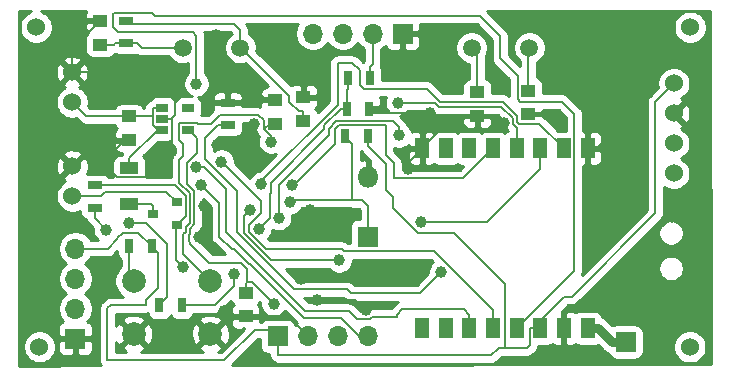
<source format=gbl>
G04 #@! TF.GenerationSoftware,KiCad,Pcbnew,5.1.6-c6e7f7d~87~ubuntu18.04.1*
G04 #@! TF.CreationDate,2020-08-29T18:15:57+05:30*
G04 #@! TF.ProjectId,Sensor_pcb_v2,53656e73-6f72-45f7-9063-625f76322e6b,rev?*
G04 #@! TF.SameCoordinates,Original*
G04 #@! TF.FileFunction,Copper,L2,Bot*
G04 #@! TF.FilePolarity,Positive*
%FSLAX46Y46*%
G04 Gerber Fmt 4.6, Leading zero omitted, Abs format (unit mm)*
G04 Created by KiCad (PCBNEW 5.1.6-c6e7f7d~87~ubuntu18.04.1) date 2020-08-29 18:15:57*
%MOMM*%
%LPD*%
G01*
G04 APERTURE LIST*
G04 #@! TA.AperFunction,ComponentPad*
%ADD10C,1.524000*%
G04 #@! TD*
G04 #@! TA.AperFunction,SMDPad,CuDef*
%ADD11R,0.700000X1.300000*%
G04 #@! TD*
G04 #@! TA.AperFunction,SMDPad,CuDef*
%ADD12R,1.300000X0.700000*%
G04 #@! TD*
G04 #@! TA.AperFunction,SMDPad,CuDef*
%ADD13R,0.900000X0.800000*%
G04 #@! TD*
G04 #@! TA.AperFunction,ComponentPad*
%ADD14R,1.700000X1.700000*%
G04 #@! TD*
G04 #@! TA.AperFunction,ComponentPad*
%ADD15O,1.700000X1.700000*%
G04 #@! TD*
G04 #@! TA.AperFunction,SMDPad,CuDef*
%ADD16R,1.600000X1.000000*%
G04 #@! TD*
G04 #@! TA.AperFunction,SMDPad,CuDef*
%ADD17R,1.200000X1.700000*%
G04 #@! TD*
G04 #@! TA.AperFunction,SMDPad,CuDef*
%ADD18R,1.250000X1.000000*%
G04 #@! TD*
G04 #@! TA.AperFunction,ComponentPad*
%ADD19O,1.800000X1.800000*%
G04 #@! TD*
G04 #@! TA.AperFunction,ComponentPad*
%ADD20R,1.800000X1.800000*%
G04 #@! TD*
G04 #@! TA.AperFunction,SMDPad,CuDef*
%ADD21R,1.060000X0.650000*%
G04 #@! TD*
G04 #@! TA.AperFunction,ComponentPad*
%ADD22C,1.500000*%
G04 #@! TD*
G04 #@! TA.AperFunction,ComponentPad*
%ADD23C,2.000000*%
G04 #@! TD*
G04 #@! TA.AperFunction,ViaPad*
%ADD24C,1.000000*%
G04 #@! TD*
G04 #@! TA.AperFunction,Conductor*
%ADD25C,0.800000*%
G04 #@! TD*
G04 #@! TA.AperFunction,Conductor*
%ADD26C,0.170000*%
G04 #@! TD*
G04 #@! TA.AperFunction,Conductor*
%ADD27C,0.254000*%
G04 #@! TD*
G04 APERTURE END LIST*
D10*
X95783400Y-46750000D03*
X150860000Y-46758900D03*
X150866000Y-19700000D03*
X95498900Y-19700200D03*
D11*
X105948000Y-43235900D03*
X107848000Y-43235900D03*
D12*
X100470000Y-33078400D03*
X100470000Y-34978400D03*
D13*
X107416000Y-34526200D03*
X107416000Y-36426200D03*
X105416000Y-35476200D03*
D14*
X115941000Y-45877500D03*
D15*
X118481000Y-45877500D03*
X121021000Y-45877500D03*
X123561000Y-45877500D03*
D10*
X98554700Y-26050600D03*
X98544700Y-23510600D03*
D15*
X98826300Y-38442900D03*
X98826300Y-40982900D03*
X98826300Y-43522900D03*
D14*
X98826300Y-46062900D03*
D16*
X103398000Y-34622700D03*
X103398000Y-31622700D03*
D17*
X142192000Y-29953900D03*
X140192000Y-29953900D03*
X138192000Y-29953900D03*
X136192000Y-29953900D03*
X134192000Y-29953900D03*
X132192000Y-29953900D03*
X130192000Y-29953900D03*
X128192000Y-29953900D03*
X128192000Y-45183900D03*
X130192000Y-45183900D03*
X132192000Y-45183900D03*
X134192000Y-45183900D03*
X136192000Y-45183900D03*
X138192000Y-45183900D03*
X140192000Y-45183900D03*
X142192000Y-45183900D03*
D14*
X145440000Y-46349900D03*
D11*
X123711000Y-26583600D03*
X121811000Y-26583600D03*
X121872000Y-23977600D03*
X123772000Y-23977600D03*
D14*
X126548000Y-20233600D03*
D15*
X124008000Y-20233600D03*
X121468000Y-20233600D03*
X118928000Y-20233600D03*
D10*
X98570000Y-33988100D03*
X98560000Y-31448100D03*
D18*
X115743000Y-25847100D03*
X115743000Y-27847100D03*
X137185000Y-25075600D03*
X137185000Y-27075600D03*
X132852000Y-27202600D03*
X132852000Y-25202600D03*
X118125000Y-25606500D03*
X118125000Y-27606500D03*
X100932000Y-21160000D03*
X100932000Y-19160000D03*
X103373000Y-27244800D03*
X103373000Y-29244800D03*
X113231000Y-42185100D03*
X113231000Y-44185100D03*
D11*
X103380000Y-38249900D03*
X105280000Y-38249900D03*
D12*
X103147000Y-19161700D03*
X103147000Y-21061700D03*
X111730000Y-26090800D03*
X111730000Y-27990800D03*
D11*
X121686000Y-28943300D03*
X123586000Y-28943300D03*
D19*
X123619000Y-32374800D03*
D20*
X123619000Y-37454800D03*
D21*
X106190000Y-28407400D03*
X106190000Y-27457400D03*
X106190000Y-26507400D03*
X108390000Y-26507400D03*
X108390000Y-28407400D03*
D10*
X149499000Y-24452600D03*
X149499000Y-26992600D03*
X149499000Y-29532600D03*
X149499000Y-32072600D03*
D22*
X132374000Y-21435100D03*
X137254000Y-21435100D03*
X112784000Y-21435100D03*
X107904000Y-21435100D03*
D23*
X103761000Y-45661600D03*
X103761000Y-41161600D03*
X110261000Y-45661600D03*
X110261000Y-41161600D03*
D24*
X115394740Y-29375102D03*
X115630960Y-43119040D03*
X116959378Y-34518600D03*
X111196120Y-31069280D03*
X109034580Y-31541720D03*
X114574320Y-32986980D03*
X126232920Y-28856940D03*
X126133860Y-26068020D03*
X116060220Y-35847020D03*
X121158000Y-39433500D03*
X113603081Y-35182613D03*
X128087120Y-36195000D03*
X117162580Y-33075880D03*
X129816860Y-40419020D03*
X114356010Y-36735890D03*
X109072680Y-24470362D03*
X110726220Y-20378420D03*
X114683540Y-20477480D03*
X126392940Y-23398480D03*
X139258040Y-27160220D03*
X117800005Y-37258052D03*
X110835440Y-29649420D03*
X109676031Y-34825850D03*
X111419640Y-43743880D03*
X146039840Y-34170620D03*
X135089900Y-27764740D03*
X128856740Y-26924000D03*
X113761520Y-25407620D03*
X113948314Y-27905606D03*
X109265746Y-37455680D03*
X101031040Y-29649420D03*
X123634500Y-41122600D03*
X100563680Y-22951440D03*
X105384600Y-22707600D03*
X147314920Y-39400480D03*
X149301200Y-35747958D03*
X106461560Y-30467300D03*
X126959360Y-31668720D03*
X142618460Y-42715180D03*
X118709731Y-35174032D03*
X123403360Y-43642280D03*
X117957600Y-41048940D03*
X119286020Y-42776142D03*
X145816320Y-26527760D03*
X109451469Y-33041999D03*
X101447600Y-36835080D03*
X103390700Y-36304070D03*
X107922041Y-40008769D03*
X112270540Y-40586660D03*
D25*
X142192000Y-45183900D02*
X143077300Y-45183900D01*
X145440000Y-46349900D02*
X144243300Y-46349900D01*
X144243300Y-46349900D02*
X143077300Y-45183900D01*
D26*
X115287900Y-27847100D02*
X114794200Y-28340800D01*
X115743000Y-27847100D02*
X115287900Y-27847100D01*
X103761000Y-41161600D02*
X103380000Y-40780600D01*
X103380000Y-40780600D02*
X103380000Y-38249900D01*
X114794200Y-28340800D02*
X115394740Y-28941340D01*
X115394740Y-28941340D02*
X115394740Y-29375102D01*
X114325115Y-27120605D02*
X114794200Y-27589690D01*
X111087193Y-27120605D02*
X114325115Y-27120605D01*
X109205001Y-27876500D02*
X110331298Y-27876500D01*
X110331298Y-27876500D02*
X111087193Y-27120605D01*
X108521005Y-36238868D02*
X108521005Y-33744929D01*
X107631999Y-27797399D02*
X109148001Y-27797399D01*
X107632500Y-32856424D02*
X107632500Y-30949900D01*
X109148001Y-27797399D02*
X109205001Y-27854399D01*
X110261000Y-41161600D02*
X107972860Y-38873460D01*
X107972860Y-38873460D02*
X107972860Y-37232342D01*
X108521005Y-33744929D02*
X107632500Y-32856424D01*
X107632500Y-30949900D02*
X107944920Y-30637480D01*
X114794200Y-27589690D02*
X114794200Y-28340800D01*
X107972860Y-37232342D02*
X108151001Y-37054201D01*
X107944920Y-29593540D02*
X107574999Y-29223619D01*
X107574999Y-27854399D02*
X107631999Y-27797399D01*
X108151001Y-37054201D02*
X108151001Y-36608872D01*
X107574999Y-29223619D02*
X107574999Y-27854399D01*
X108151001Y-36608872D02*
X108521005Y-36238868D01*
X107944920Y-30637480D02*
X107944920Y-29593540D01*
X109205001Y-27854399D02*
X109205001Y-27876500D01*
X137254000Y-21435100D02*
X137185000Y-21504100D01*
X137185000Y-21504100D02*
X137185000Y-25075600D01*
X132374000Y-21435100D02*
X132852000Y-21913100D01*
X132852000Y-21913100D02*
X132852000Y-25202600D01*
X118125000Y-26821200D02*
X117732300Y-26821200D01*
X117732300Y-26821200D02*
X116934000Y-26022900D01*
X116934000Y-26022900D02*
X116934000Y-25478500D01*
X116934000Y-25478500D02*
X112890600Y-21435100D01*
X112890600Y-21435100D02*
X112784000Y-21435100D01*
X118125000Y-27606500D02*
X118125000Y-26821200D01*
X103365500Y-19380200D02*
X103147000Y-19161700D01*
X112214660Y-19380200D02*
X112784000Y-19949540D01*
X112214660Y-19380200D02*
X103365500Y-19380200D01*
X112784000Y-21435100D02*
X112784000Y-19949540D01*
X103147000Y-21061700D02*
X104082300Y-21061700D01*
X107904000Y-21435100D02*
X104455700Y-21435100D01*
X104455700Y-21435100D02*
X104082300Y-21061700D01*
X103147000Y-21061700D02*
X102211700Y-21061700D01*
X100932000Y-21160000D02*
X102113400Y-21160000D01*
X102113400Y-21160000D02*
X102211700Y-21061700D01*
X113231000Y-41399800D02*
X113342000Y-41288800D01*
X113342000Y-41288800D02*
X113349800Y-41288800D01*
X113231000Y-42185100D02*
X113231000Y-41399800D01*
X113349800Y-41288800D02*
X113800720Y-41288800D01*
X113800720Y-41288800D02*
X115630960Y-43119040D01*
X112838123Y-39649541D02*
X110145905Y-39649541D01*
X108249579Y-31187779D02*
X109090000Y-30347358D01*
X108521011Y-37207464D02*
X108521011Y-36762134D01*
X108891016Y-36392131D02*
X108891015Y-33591665D01*
X108249579Y-32950229D02*
X108249579Y-31187779D01*
X109090000Y-29107400D02*
X108390000Y-28407400D01*
X108891015Y-33591665D02*
X108249579Y-32950229D01*
X109090000Y-30347358D02*
X109090000Y-29107400D01*
X113349800Y-40161218D02*
X112838123Y-39649541D01*
X108521011Y-36762134D02*
X108891016Y-36392131D01*
X113349800Y-41288800D02*
X113349800Y-40161218D01*
X108450908Y-37802644D02*
X108450908Y-37277568D01*
X108570362Y-37922098D02*
X108450908Y-37802644D01*
X108570362Y-38073998D02*
X108570362Y-37922098D01*
X110145905Y-39649541D02*
X108570362Y-38073998D01*
X108450908Y-37277568D02*
X108521011Y-37207464D01*
X106190000Y-26507400D02*
X105374700Y-26507400D01*
X105782400Y-28407400D02*
X105374600Y-27999600D01*
X105374600Y-27999600D02*
X105374600Y-27244800D01*
X105374600Y-27244800D02*
X105374600Y-26507500D01*
X105374600Y-26507500D02*
X105374700Y-26507400D01*
X105374600Y-27244800D02*
X104283300Y-27244800D01*
X105782400Y-28407400D02*
X103398000Y-30791800D01*
X103398000Y-30791800D02*
X103398000Y-31622700D01*
X103373000Y-27244800D02*
X104283300Y-27244800D01*
X106190000Y-28407400D02*
X105782400Y-28407400D01*
X103373000Y-27244800D02*
X99748900Y-27244800D01*
X99748900Y-27244800D02*
X98554700Y-26050600D01*
X106539720Y-33649920D02*
X107416000Y-34526200D01*
X101313199Y-33649920D02*
X106539720Y-33649920D01*
X98570000Y-33988100D02*
X100975019Y-33988100D01*
X100975019Y-33988100D02*
X101313199Y-33649920D01*
X148737001Y-25214599D02*
X149499000Y-24452600D01*
X147928189Y-26023411D02*
X148737001Y-25214599D01*
X147928189Y-35447711D02*
X147928189Y-26023411D01*
X137306700Y-45183900D02*
X138192000Y-45183900D01*
X137306700Y-46622320D02*
X137306700Y-45183900D01*
X137045700Y-46883320D02*
X137306700Y-46622320D01*
X138192000Y-45183900D02*
X138192000Y-44550840D01*
X140216590Y-42526250D02*
X140849650Y-42526250D01*
X138192000Y-44550840D02*
X140216590Y-42526250D01*
X140849650Y-42526250D02*
X147928189Y-35447711D01*
X116011960Y-47462440D02*
X134056560Y-47462440D01*
X115941000Y-47391480D02*
X116011960Y-47462440D01*
X115941000Y-45877500D02*
X115941000Y-47391480D01*
X102391210Y-37547550D02*
X102849680Y-37089080D01*
X102391210Y-37623750D02*
X102391210Y-37547550D01*
X101572060Y-38442900D02*
X102391210Y-37623750D01*
X104119180Y-37089080D02*
X105280000Y-38249900D01*
X98826300Y-38442900D02*
X101572060Y-38442900D01*
X102849680Y-37089080D02*
X104119180Y-37089080D01*
X98826300Y-38442900D02*
X100347780Y-38442900D01*
X135748320Y-46883320D02*
X137045700Y-46883320D01*
X134635680Y-46883320D02*
X134615140Y-46903860D01*
X135748320Y-46883320D02*
X134635680Y-46883320D01*
X134056560Y-47462440D02*
X134615140Y-46903860D01*
X135745780Y-46880780D02*
X135748320Y-46883320D01*
X135192000Y-46858420D02*
X135214360Y-46880780D01*
X135192000Y-41438060D02*
X135192000Y-46858420D01*
X127806838Y-37142562D02*
X130896502Y-37142562D01*
X135214360Y-46880780D02*
X135745780Y-46880780D01*
X123586000Y-29763300D02*
X125120400Y-31297700D01*
X130896502Y-37142562D02*
X135192000Y-41438060D01*
X123586000Y-28943300D02*
X123586000Y-29763300D01*
X125120400Y-33517840D02*
X125699520Y-34096960D01*
X125120400Y-31297700D02*
X125120400Y-33517840D01*
X125699520Y-34096960D02*
X125699520Y-35035244D01*
X125699520Y-35035244D02*
X127806838Y-37142562D01*
X115941000Y-45331300D02*
X115941000Y-45877500D01*
X111434880Y-47896780D02*
X114000360Y-45331300D01*
X105818940Y-38788840D02*
X105818940Y-41755060D01*
X105280000Y-38249900D02*
X105818940Y-38788840D01*
X105818940Y-41755060D02*
X104805480Y-42768520D01*
X114000360Y-45331300D02*
X115941000Y-45331300D01*
X101544120Y-47896780D02*
X111434880Y-47896780D01*
X104805480Y-42768520D02*
X104805480Y-43218100D01*
X101831140Y-43218100D02*
X101544120Y-43505120D01*
X101544120Y-43505120D02*
X101544120Y-47896780D01*
X104805480Y-43218100D02*
X101831140Y-43218100D01*
X122267200Y-34336500D02*
X122283220Y-34320480D01*
X122283220Y-29540520D02*
X121686000Y-28943300D01*
X123619000Y-34838380D02*
X123117120Y-34336500D01*
X123619000Y-37454800D02*
X123619000Y-34838380D01*
X122283220Y-34320480D02*
X122283220Y-29540520D01*
X122299240Y-34336500D02*
X122283220Y-34320480D01*
X123117120Y-34336500D02*
X122299240Y-34336500D01*
X122308620Y-34305240D02*
X117172738Y-34305240D01*
X117172738Y-34305240D02*
X116959378Y-34518600D01*
X113542940Y-37032992D02*
X113542940Y-36410524D01*
X129212042Y-38652400D02*
X121576804Y-38652400D01*
X113542940Y-36410524D02*
X114521668Y-35431796D01*
X134192000Y-45183900D02*
X134192000Y-43632358D01*
X114521668Y-34394828D02*
X111696119Y-31569279D01*
X134192000Y-43632358D02*
X129212042Y-38652400D01*
X114978040Y-38468092D02*
X113542940Y-37032992D01*
X121576804Y-38652400D02*
X121392496Y-38468092D01*
X114521668Y-35431796D02*
X114521668Y-34394828D01*
X121392496Y-38468092D02*
X114978040Y-38468092D01*
X111696119Y-31569279D02*
X111196120Y-31069280D01*
X121962300Y-43718622D02*
X122670959Y-44427281D01*
X123968121Y-44206301D02*
X126021959Y-44206301D01*
X131754880Y-43581320D02*
X132192000Y-44018440D01*
X126021959Y-44206301D02*
X126021959Y-44051361D01*
X122670959Y-44427281D02*
X123747141Y-44427281D01*
X123747141Y-44427281D02*
X123968121Y-44206301D01*
X111585233Y-33385267D02*
X111585233Y-37001729D01*
X126492000Y-43581320D02*
X131754880Y-43581320D01*
X111585233Y-37001729D02*
X118302126Y-43718622D01*
X126021959Y-44051361D02*
X126492000Y-43581320D01*
X118302126Y-43718622D02*
X121962300Y-43718622D01*
X109741686Y-31541720D02*
X111585233Y-33385267D01*
X109034580Y-31541720D02*
X109741686Y-31541720D01*
X132192000Y-44018440D02*
X132192000Y-45183900D01*
X121038620Y-22717760D02*
X121038620Y-26242380D01*
X121038620Y-26242380D02*
X114574320Y-32706680D01*
X114574320Y-32706680D02*
X114574320Y-32986980D01*
X134998238Y-25988000D02*
X129684558Y-25988000D01*
X136383159Y-27860601D02*
X136244913Y-27722355D01*
X128609558Y-24913000D02*
X123263600Y-24913000D01*
X129684558Y-25988000D02*
X128609558Y-24913000D01*
X122285760Y-22717760D02*
X121038620Y-22717760D01*
X138098701Y-27860601D02*
X136383159Y-27860601D01*
X122895360Y-23327360D02*
X122285760Y-22717760D01*
X122895360Y-24544760D02*
X122895360Y-23327360D01*
X136244912Y-27234674D02*
X134998238Y-25988000D01*
X140192000Y-29953900D02*
X138098701Y-27860601D01*
X123263600Y-24913000D02*
X122895360Y-24544760D01*
X136244913Y-27722355D02*
X136244912Y-27234674D01*
X135874902Y-27413338D02*
X134878764Y-26417200D01*
X129590484Y-26417200D02*
X129241304Y-26068020D01*
X136192000Y-29953900D02*
X136192000Y-28192716D01*
X134878764Y-26417200D02*
X129590484Y-26417200D01*
X135874902Y-27875618D02*
X135874902Y-27413338D01*
X129241304Y-26068020D02*
X126133860Y-26068020D01*
X136192000Y-28192716D02*
X135874902Y-27875618D01*
X116060220Y-33016438D02*
X116060220Y-35847020D01*
X120269001Y-28276299D02*
X120269001Y-28807657D01*
X120269001Y-28807657D02*
X116060220Y-33016438D01*
X120927900Y-27617400D02*
X120269001Y-28276299D01*
X125700486Y-27617400D02*
X120927900Y-27617400D01*
X126232920Y-28149834D02*
X125700486Y-27617400D01*
X126232920Y-28856940D02*
X126232920Y-28149834D01*
X113103082Y-35682612D02*
X113603081Y-35182613D01*
X113103082Y-37116408D02*
X113103082Y-35682612D01*
X115420174Y-39433500D02*
X113103082Y-37116408D01*
X121158000Y-39433500D02*
X115420174Y-39433500D01*
X133658326Y-36195000D02*
X128087120Y-36195000D01*
X138192000Y-29953900D02*
X138192000Y-31661326D01*
X138192000Y-31661326D02*
X133658326Y-36195000D01*
X117322600Y-33075880D02*
X117162580Y-33075880D01*
X120832880Y-29565600D02*
X117322600Y-33075880D01*
X120832880Y-28322420D02*
X120832880Y-29565600D01*
X121147400Y-28007900D02*
X120832880Y-28322420D01*
X134192000Y-29953900D02*
X131678598Y-32467302D01*
X125086700Y-30489480D02*
X125086700Y-28007900D01*
X131678598Y-32467302D02*
X125806200Y-32467302D01*
X125806200Y-32467302D02*
X125806200Y-31208980D01*
X125086700Y-28007900D02*
X121147400Y-28007900D01*
X125806200Y-31208980D02*
X125086700Y-30489480D01*
X109809280Y-29091520D02*
X109809280Y-30867102D01*
X110910000Y-27990800D02*
X109809280Y-29091520D01*
X122150259Y-42227641D02*
X128008239Y-42227641D01*
X112506249Y-33564071D02*
X112506249Y-37042849D01*
X128008239Y-42227641D02*
X129816860Y-40419020D01*
X111730000Y-27990800D02*
X110910000Y-27990800D01*
X109809280Y-30867102D02*
X112506249Y-33564071D01*
X112506249Y-37042849D02*
X117330361Y-41866961D01*
X117330361Y-41866961D02*
X121789579Y-41866961D01*
X121789579Y-41866961D02*
X122150259Y-42227641D01*
X123772000Y-23977600D02*
X123772000Y-23042300D01*
X124008000Y-20233600D02*
X124008000Y-22806300D01*
X124008000Y-22806300D02*
X123772000Y-23042300D01*
X121872000Y-24912900D02*
X121811000Y-24973900D01*
X121811000Y-24973900D02*
X121811000Y-26583600D01*
X121872000Y-23977600D02*
X121872000Y-24912900D01*
X119898990Y-28350650D02*
X119898990Y-27975610D01*
X119898990Y-27975610D02*
X121291000Y-26583600D01*
X114356010Y-36735890D02*
X115267881Y-35824019D01*
X115267881Y-35824019D02*
X115267881Y-33793041D01*
X115267881Y-33793041D02*
X115359321Y-33701601D01*
X121291000Y-26583600D02*
X121811000Y-26583600D01*
X115359321Y-32890319D02*
X119898990Y-28350650D01*
X115359321Y-33701601D02*
X115359321Y-32890319D01*
X109072680Y-20413980D02*
X109072680Y-24470362D01*
X108790740Y-20132040D02*
X109072680Y-20413980D01*
X140036760Y-26006000D02*
X136506194Y-26006000D01*
X141077400Y-27046640D02*
X140036760Y-26006000D01*
X134792930Y-22316230D02*
X134792930Y-20439590D01*
X136274999Y-25774805D02*
X136274999Y-23798299D01*
X133090920Y-18737580D02*
X105552240Y-18737580D01*
X136192000Y-45183900D02*
X141077400Y-40298500D01*
X141077400Y-40298500D02*
X141077400Y-27046640D01*
X136274999Y-23798299D02*
X134792930Y-22316230D01*
X102057261Y-18526699D02*
X102014020Y-18569940D01*
X102014020Y-18569940D02*
X102014020Y-19707860D01*
X136506194Y-26006000D02*
X136274999Y-25774805D01*
X134792930Y-20439590D02*
X133090920Y-18737580D01*
X105552240Y-18737580D02*
X105341359Y-18526699D01*
X105341359Y-18526699D02*
X102057261Y-18526699D01*
X102014020Y-19707860D02*
X102438200Y-20132040D01*
X102438200Y-20132040D02*
X108790740Y-20132040D01*
X106890000Y-27457400D02*
X106190000Y-27457400D01*
X107005001Y-27572401D02*
X106890000Y-27457400D01*
X107005001Y-30817701D02*
X107005001Y-27572401D01*
X116788600Y-44185100D02*
X118481000Y-45877500D01*
X113231000Y-44185100D02*
X116788600Y-44185100D01*
X110726220Y-21625320D02*
X110726220Y-20378420D01*
X115743000Y-25847100D02*
X114948000Y-25847100D01*
X114948000Y-25847100D02*
X110726220Y-21625320D01*
X118125000Y-23918940D02*
X118125000Y-25606500D01*
X114683540Y-20477480D02*
X118125000Y-23918940D01*
X126392940Y-20388660D02*
X126548000Y-20233600D01*
X126392940Y-23398480D02*
X126392940Y-20388660D01*
X130943300Y-27202600D02*
X132852000Y-27202600D01*
X128192000Y-29953900D02*
X130943300Y-27202600D01*
X98544700Y-21547300D02*
X100932000Y-19160000D01*
X98544700Y-23510600D02*
X98544700Y-21547300D01*
X137185000Y-27075600D02*
X139173420Y-27075600D01*
X139173420Y-27075600D02*
X139258040Y-27160220D01*
X111860860Y-44185100D02*
X111419640Y-43743880D01*
X113231000Y-44185100D02*
X111860860Y-44185100D01*
X142962000Y-29953900D02*
X146039840Y-33031740D01*
X146039840Y-33031740D02*
X146039840Y-34170620D01*
X134527760Y-27202600D02*
X135089900Y-27764740D01*
X132852000Y-27202600D02*
X134527760Y-27202600D01*
X128192000Y-27588740D02*
X128856740Y-26924000D01*
X128192000Y-29953900D02*
X128192000Y-27588740D01*
X124051400Y-26924000D02*
X128856740Y-26924000D01*
X123711000Y-26583600D02*
X124051400Y-26924000D01*
X111730000Y-26090800D02*
X113078340Y-26090800D01*
X114201000Y-25847100D02*
X113761520Y-25407620D01*
X115743000Y-25847100D02*
X114201000Y-25847100D01*
X113078340Y-26090800D02*
X113761520Y-25407620D01*
X112204500Y-29649420D02*
X113948314Y-27905606D01*
X110835440Y-29649420D02*
X112204500Y-29649420D01*
X109676031Y-37045395D02*
X109265746Y-37455680D01*
X109676031Y-34825850D02*
X109676031Y-37045395D01*
X101435660Y-29244800D02*
X101031040Y-29649420D01*
X100358680Y-29649420D02*
X101031040Y-29649420D01*
X98560000Y-31448100D02*
X100358680Y-29649420D01*
X103373000Y-29244800D02*
X101435660Y-29244800D01*
X98544700Y-23510600D02*
X100004520Y-23510600D01*
X100004520Y-23510600D02*
X100563680Y-22951440D01*
X107256580Y-24579580D02*
X105384600Y-22707600D01*
X106890000Y-27457400D02*
X107256580Y-27090820D01*
X107256580Y-27090820D02*
X107256580Y-24579580D01*
X147314920Y-39400480D02*
X147314920Y-37734238D01*
X147314920Y-37734238D02*
X149301200Y-35747958D01*
X107005001Y-30817701D02*
X106654600Y-30467300D01*
X106654600Y-30467300D02*
X106461560Y-30467300D01*
X128192000Y-29953900D02*
X126959360Y-31186540D01*
X126959360Y-31186540D02*
X126959360Y-31668720D01*
X140192000Y-45183900D02*
X140192000Y-44163900D01*
X141640720Y-42715180D02*
X142618460Y-42715180D01*
X140192000Y-44163900D02*
X141640720Y-42715180D01*
X118709731Y-36348326D02*
X118709731Y-35174032D01*
X117800005Y-37258052D02*
X118709731Y-36348326D01*
X107005001Y-31031299D02*
X107005001Y-30817701D01*
X102014020Y-32051722D02*
X102369999Y-32407701D01*
X103020620Y-29244800D02*
X102014020Y-30251400D01*
X102014020Y-30251400D02*
X102014020Y-32051722D01*
X103373000Y-29244800D02*
X103020620Y-29244800D01*
X102369999Y-32407701D02*
X105628599Y-32407701D01*
X105628599Y-32407701D02*
X107005001Y-31031299D01*
X122537222Y-42776142D02*
X123403360Y-43642280D01*
X119286020Y-42776142D02*
X122537222Y-42776142D01*
X123634500Y-41122600D02*
X118031260Y-41122600D01*
X118031260Y-41122600D02*
X117957600Y-41048940D01*
X142962000Y-29953900D02*
X145816320Y-27099580D01*
X142192000Y-29953900D02*
X142962000Y-29953900D01*
X145816320Y-27099580D02*
X145816320Y-26527760D01*
X121320689Y-44328209D02*
X122869980Y-45877500D01*
X118176169Y-44328209D02*
X121320689Y-44328209D01*
X113626900Y-39778940D02*
X118176169Y-44328209D01*
X112069880Y-38483540D02*
X112237520Y-38483540D01*
X111010841Y-34601371D02*
X111010841Y-37424501D01*
X122869980Y-45877500D02*
X123561000Y-45877500D01*
X111010841Y-37424501D02*
X112069880Y-38483540D01*
X112237520Y-38483540D02*
X113532920Y-39778940D01*
X109451469Y-33041999D02*
X111010841Y-34601371D01*
X113532920Y-39778940D02*
X113626900Y-39778940D01*
X105416000Y-35476200D02*
X105416000Y-34790900D01*
X103398000Y-34622700D02*
X105247800Y-34622700D01*
X105247800Y-34622700D02*
X105416000Y-34790900D01*
X100470000Y-35857480D02*
X101447600Y-36835080D01*
X100470000Y-34978400D02*
X100470000Y-35857480D01*
X106608880Y-38065778D02*
X104847172Y-36304070D01*
X105948000Y-43235900D02*
X106608880Y-42575020D01*
X104847172Y-36304070D02*
X103390700Y-36304070D01*
X106608880Y-42575020D02*
X106608880Y-38065778D01*
X107349538Y-36492662D02*
X107349538Y-39436266D01*
X107349538Y-39436266D02*
X107922041Y-40008769D01*
X107416000Y-36426200D02*
X107349538Y-36492662D01*
X100470020Y-33078420D02*
X100470000Y-33078400D01*
X107237320Y-33078420D02*
X100470020Y-33078420D01*
X108151001Y-33992101D02*
X107237320Y-33078420D01*
X107416000Y-36426200D02*
X108151001Y-35691199D01*
X108151001Y-35691199D02*
X108151001Y-33992101D01*
X112270540Y-41573166D02*
X112270540Y-40586660D01*
X107848000Y-43235900D02*
X110607806Y-43235900D01*
X110607806Y-43235900D02*
X112270540Y-41573166D01*
D27*
G36*
X99717498Y-18415820D02*
G01*
X99681188Y-18535518D01*
X99668928Y-18660000D01*
X99672000Y-18874250D01*
X99830750Y-19033000D01*
X100805000Y-19033000D01*
X100805000Y-19013000D01*
X101059000Y-19013000D01*
X101059000Y-19033000D01*
X101079000Y-19033000D01*
X101079000Y-19287000D01*
X101059000Y-19287000D01*
X101059000Y-19307000D01*
X100805000Y-19307000D01*
X100805000Y-19287000D01*
X99830750Y-19287000D01*
X99672000Y-19445750D01*
X99668928Y-19660000D01*
X99681188Y-19784482D01*
X99717498Y-19904180D01*
X99776463Y-20014494D01*
X99855815Y-20111185D01*
X99915296Y-20160000D01*
X99855815Y-20208815D01*
X99776463Y-20305506D01*
X99717498Y-20415820D01*
X99681188Y-20535518D01*
X99668928Y-20660000D01*
X99668928Y-21660000D01*
X99681188Y-21784482D01*
X99717498Y-21904180D01*
X99776463Y-22014494D01*
X99855815Y-22111185D01*
X99952506Y-22190537D01*
X100062820Y-22249502D01*
X100182518Y-22285812D01*
X100307000Y-22298072D01*
X101557000Y-22298072D01*
X101681482Y-22285812D01*
X101801180Y-22249502D01*
X101911494Y-22190537D01*
X102008185Y-22111185D01*
X102087537Y-22014494D01*
X102131144Y-21932912D01*
X102142506Y-21942237D01*
X102252820Y-22001202D01*
X102372518Y-22037512D01*
X102497000Y-22049772D01*
X103797000Y-22049772D01*
X103921482Y-22037512D01*
X104018820Y-22007985D01*
X104053754Y-22036654D01*
X104178835Y-22103511D01*
X104292168Y-22137890D01*
X104314555Y-22144681D01*
X104455699Y-22158583D01*
X104491061Y-22155100D01*
X106719364Y-22155100D01*
X106828201Y-22317986D01*
X107021114Y-22510899D01*
X107247957Y-22662471D01*
X107500011Y-22766875D01*
X107767589Y-22820100D01*
X108040411Y-22820100D01*
X108307989Y-22766875D01*
X108352681Y-22748363D01*
X108352681Y-23586397D01*
X108349160Y-23588750D01*
X108191068Y-23746842D01*
X108066856Y-23932738D01*
X107981297Y-24139295D01*
X107937680Y-24358574D01*
X107937680Y-24582150D01*
X107981297Y-24801429D01*
X108066856Y-25007986D01*
X108191068Y-25193882D01*
X108349160Y-25351974D01*
X108535056Y-25476186D01*
X108699565Y-25544328D01*
X107860000Y-25544328D01*
X107735518Y-25556588D01*
X107615820Y-25592898D01*
X107505506Y-25651863D01*
X107408815Y-25731215D01*
X107329463Y-25827906D01*
X107290000Y-25901735D01*
X107250537Y-25827906D01*
X107171185Y-25731215D01*
X107074494Y-25651863D01*
X106964180Y-25592898D01*
X106844482Y-25556588D01*
X106720000Y-25544328D01*
X105660000Y-25544328D01*
X105535518Y-25556588D01*
X105415820Y-25592898D01*
X105305506Y-25651863D01*
X105208815Y-25731215D01*
X105129463Y-25827906D01*
X105128513Y-25829683D01*
X105097835Y-25838989D01*
X104972754Y-25905846D01*
X104863120Y-25995820D01*
X104863073Y-25995877D01*
X104863021Y-25995920D01*
X104773047Y-26105554D01*
X104769805Y-26111619D01*
X104706189Y-26230636D01*
X104682230Y-26309620D01*
X104665019Y-26366355D01*
X104663328Y-26383524D01*
X104651117Y-26507500D01*
X104652821Y-26524800D01*
X104594837Y-26524800D01*
X104587502Y-26500620D01*
X104528537Y-26390306D01*
X104449185Y-26293615D01*
X104352494Y-26214263D01*
X104242180Y-26155298D01*
X104122482Y-26118988D01*
X103998000Y-26106728D01*
X102748000Y-26106728D01*
X102623518Y-26118988D01*
X102503820Y-26155298D01*
X102393506Y-26214263D01*
X102296815Y-26293615D01*
X102217463Y-26390306D01*
X102158498Y-26500620D01*
X102151163Y-26524800D01*
X100047134Y-26524800D01*
X99911687Y-26389353D01*
X99951700Y-26188192D01*
X99951700Y-25913008D01*
X99898014Y-25643110D01*
X99792705Y-25388873D01*
X99639820Y-25160065D01*
X99445235Y-24965480D01*
X99216427Y-24812595D01*
X99140105Y-24780981D01*
X99147723Y-24778236D01*
X99263680Y-24716256D01*
X99330660Y-24476165D01*
X98544700Y-23690205D01*
X97758740Y-24476165D01*
X97825720Y-24716256D01*
X97966143Y-24782287D01*
X97892973Y-24812595D01*
X97664165Y-24965480D01*
X97469580Y-25160065D01*
X97316695Y-25388873D01*
X97211386Y-25643110D01*
X97157700Y-25913008D01*
X97157700Y-26188192D01*
X97211386Y-26458090D01*
X97316695Y-26712327D01*
X97469580Y-26941135D01*
X97664165Y-27135720D01*
X97892973Y-27288605D01*
X98147210Y-27393914D01*
X98417108Y-27447600D01*
X98692292Y-27447600D01*
X98893453Y-27407587D01*
X99214776Y-27728910D01*
X99237320Y-27756380D01*
X99346954Y-27846354D01*
X99439499Y-27895820D01*
X99472035Y-27913211D01*
X99607755Y-27954381D01*
X99748900Y-27968283D01*
X99784262Y-27964800D01*
X102151163Y-27964800D01*
X102158498Y-27988980D01*
X102217463Y-28099294D01*
X102296815Y-28195985D01*
X102356296Y-28244800D01*
X102296815Y-28293615D01*
X102217463Y-28390306D01*
X102158498Y-28500620D01*
X102122188Y-28620318D01*
X102109928Y-28744800D01*
X102113000Y-28959050D01*
X102271750Y-29117800D01*
X103246000Y-29117800D01*
X103246000Y-29097800D01*
X103500000Y-29097800D01*
X103500000Y-29117800D01*
X103520000Y-29117800D01*
X103520000Y-29371800D01*
X103500000Y-29371800D01*
X103500000Y-29391800D01*
X103246000Y-29391800D01*
X103246000Y-29371800D01*
X102271750Y-29371800D01*
X102113000Y-29530550D01*
X102109928Y-29744800D01*
X102122188Y-29869282D01*
X102158498Y-29988980D01*
X102217463Y-30099294D01*
X102296815Y-30195985D01*
X102393506Y-30275337D01*
X102503820Y-30334302D01*
X102623518Y-30370612D01*
X102748000Y-30382872D01*
X102802582Y-30382378D01*
X102796446Y-30389855D01*
X102745789Y-30484628D01*
X102598000Y-30484628D01*
X102473518Y-30496888D01*
X102353820Y-30533198D01*
X102243506Y-30592163D01*
X102146815Y-30671515D01*
X102067463Y-30768206D01*
X102008498Y-30878520D01*
X101972188Y-30998218D01*
X101959928Y-31122700D01*
X101959928Y-32122700D01*
X101972188Y-32247182D01*
X102005932Y-32358420D01*
X101637828Y-32358420D01*
X101571185Y-32277215D01*
X101474494Y-32197863D01*
X101364180Y-32138898D01*
X101244482Y-32102588D01*
X101120000Y-32090328D01*
X99820000Y-32090328D01*
X99800861Y-32092213D01*
X99882756Y-31918052D01*
X99949023Y-31650965D01*
X99961910Y-31376083D01*
X99920922Y-31103967D01*
X99827636Y-30845077D01*
X99765656Y-30729120D01*
X99525565Y-30662140D01*
X98739605Y-31448100D01*
X98753748Y-31462243D01*
X98574143Y-31641848D01*
X98560000Y-31627705D01*
X97774040Y-32413665D01*
X97841020Y-32653756D01*
X97981443Y-32719787D01*
X97908273Y-32750095D01*
X97679465Y-32902980D01*
X97484880Y-33097565D01*
X97331995Y-33326373D01*
X97226686Y-33580610D01*
X97173000Y-33850508D01*
X97173000Y-34125692D01*
X97226686Y-34395590D01*
X97331995Y-34649827D01*
X97484880Y-34878635D01*
X97679465Y-35073220D01*
X97908273Y-35226105D01*
X98162510Y-35331414D01*
X98432408Y-35385100D01*
X98707592Y-35385100D01*
X98977490Y-35331414D01*
X99181928Y-35246733D01*
X99181928Y-35328400D01*
X99194188Y-35452882D01*
X99230498Y-35572580D01*
X99289463Y-35682894D01*
X99368815Y-35779585D01*
X99465506Y-35858937D01*
X99575820Y-35917902D01*
X99695518Y-35954212D01*
X99756638Y-35960232D01*
X99760419Y-35998624D01*
X99801589Y-36134344D01*
X99840385Y-36206926D01*
X99868447Y-36259426D01*
X99958421Y-36369060D01*
X99985891Y-36391604D01*
X100313426Y-36719139D01*
X100312600Y-36723292D01*
X100312600Y-36946868D01*
X100356217Y-37166147D01*
X100441776Y-37372704D01*
X100565988Y-37558600D01*
X100724080Y-37716692D01*
X100733371Y-37722900D01*
X100131206Y-37722900D01*
X99979775Y-37496268D01*
X99772932Y-37289425D01*
X99529711Y-37126910D01*
X99259458Y-37014968D01*
X98972560Y-36957900D01*
X98680040Y-36957900D01*
X98393142Y-37014968D01*
X98122889Y-37126910D01*
X97879668Y-37289425D01*
X97672825Y-37496268D01*
X97510310Y-37739489D01*
X97398368Y-38009742D01*
X97341300Y-38296640D01*
X97341300Y-38589160D01*
X97398368Y-38876058D01*
X97510310Y-39146311D01*
X97672825Y-39389532D01*
X97879668Y-39596375D01*
X98054060Y-39712900D01*
X97879668Y-39829425D01*
X97672825Y-40036268D01*
X97510310Y-40279489D01*
X97398368Y-40549742D01*
X97341300Y-40836640D01*
X97341300Y-41129160D01*
X97398368Y-41416058D01*
X97510310Y-41686311D01*
X97672825Y-41929532D01*
X97879668Y-42136375D01*
X98054060Y-42252900D01*
X97879668Y-42369425D01*
X97672825Y-42576268D01*
X97510310Y-42819489D01*
X97398368Y-43089742D01*
X97341300Y-43376640D01*
X97341300Y-43669160D01*
X97398368Y-43956058D01*
X97510310Y-44226311D01*
X97672825Y-44469532D01*
X97804680Y-44601387D01*
X97732120Y-44623398D01*
X97621806Y-44682363D01*
X97525115Y-44761715D01*
X97445763Y-44858406D01*
X97386798Y-44968720D01*
X97350488Y-45088418D01*
X97338228Y-45212900D01*
X97341300Y-45777150D01*
X97500050Y-45935900D01*
X98699300Y-45935900D01*
X98699300Y-45915900D01*
X98953300Y-45915900D01*
X98953300Y-45935900D01*
X100152550Y-45935900D01*
X100311300Y-45777150D01*
X100314372Y-45212900D01*
X100302112Y-45088418D01*
X100265802Y-44968720D01*
X100206837Y-44858406D01*
X100127485Y-44761715D01*
X100030794Y-44682363D01*
X99920480Y-44623398D01*
X99847920Y-44601387D01*
X99979775Y-44469532D01*
X100142290Y-44226311D01*
X100254232Y-43956058D01*
X100311300Y-43669160D01*
X100311300Y-43376640D01*
X100254232Y-43089742D01*
X100142290Y-42819489D01*
X99979775Y-42576268D01*
X99772932Y-42369425D01*
X99598540Y-42252900D01*
X99772932Y-42136375D01*
X99979775Y-41929532D01*
X100142290Y-41686311D01*
X100254232Y-41416058D01*
X100311300Y-41129160D01*
X100311300Y-40836640D01*
X100254232Y-40549742D01*
X100142290Y-40279489D01*
X99979775Y-40036268D01*
X99772932Y-39829425D01*
X99598540Y-39712900D01*
X99772932Y-39596375D01*
X99979775Y-39389532D01*
X100131206Y-39162900D01*
X101536698Y-39162900D01*
X101572060Y-39166383D01*
X101607422Y-39162900D01*
X101713205Y-39152481D01*
X101848925Y-39111311D01*
X101974006Y-39044454D01*
X102083640Y-38954480D01*
X102106188Y-38927005D01*
X102391928Y-38641265D01*
X102391928Y-38899900D01*
X102404188Y-39024382D01*
X102440498Y-39144080D01*
X102499463Y-39254394D01*
X102578815Y-39351085D01*
X102660001Y-39417712D01*
X102660000Y-39950361D01*
X102491013Y-40119348D01*
X102312082Y-40387137D01*
X102188832Y-40684688D01*
X102126000Y-41000567D01*
X102126000Y-41322633D01*
X102188832Y-41638512D01*
X102312082Y-41936063D01*
X102491013Y-42203852D01*
X102718748Y-42431587D01*
X102818292Y-42498100D01*
X101866502Y-42498100D01*
X101831140Y-42494617D01*
X101795778Y-42498100D01*
X101689995Y-42508519D01*
X101554275Y-42549689D01*
X101429194Y-42616546D01*
X101319560Y-42706520D01*
X101297008Y-42734000D01*
X101060012Y-42970995D01*
X101032540Y-42993541D01*
X100942566Y-43103175D01*
X100875710Y-43228255D01*
X100875709Y-43228256D01*
X100834539Y-43363976D01*
X100820637Y-43505120D01*
X100824120Y-43540482D01*
X100824121Y-47861408D01*
X100820637Y-47896780D01*
X100834539Y-48037925D01*
X100875709Y-48173645D01*
X100942566Y-48298726D01*
X100962002Y-48322409D01*
X94081440Y-48338444D01*
X94079263Y-46612408D01*
X94386400Y-46612408D01*
X94386400Y-46887592D01*
X94440086Y-47157490D01*
X94545395Y-47411727D01*
X94698280Y-47640535D01*
X94892865Y-47835120D01*
X95121673Y-47988005D01*
X95375910Y-48093314D01*
X95645808Y-48147000D01*
X95920992Y-48147000D01*
X96190890Y-48093314D01*
X96445127Y-47988005D01*
X96673935Y-47835120D01*
X96868520Y-47640535D01*
X97021405Y-47411727D01*
X97126714Y-47157490D01*
X97175365Y-46912900D01*
X97338228Y-46912900D01*
X97350488Y-47037382D01*
X97386798Y-47157080D01*
X97445763Y-47267394D01*
X97525115Y-47364085D01*
X97621806Y-47443437D01*
X97732120Y-47502402D01*
X97851818Y-47538712D01*
X97976300Y-47550972D01*
X98540550Y-47547900D01*
X98699300Y-47389150D01*
X98699300Y-46189900D01*
X98953300Y-46189900D01*
X98953300Y-47389150D01*
X99112050Y-47547900D01*
X99676300Y-47550972D01*
X99800782Y-47538712D01*
X99920480Y-47502402D01*
X100030794Y-47443437D01*
X100127485Y-47364085D01*
X100206837Y-47267394D01*
X100265802Y-47157080D01*
X100302112Y-47037382D01*
X100314372Y-46912900D01*
X100311300Y-46348650D01*
X100152550Y-46189900D01*
X98953300Y-46189900D01*
X98699300Y-46189900D01*
X97500050Y-46189900D01*
X97341300Y-46348650D01*
X97338228Y-46912900D01*
X97175365Y-46912900D01*
X97180400Y-46887592D01*
X97180400Y-46612408D01*
X97126714Y-46342510D01*
X97021405Y-46088273D01*
X96868520Y-45859465D01*
X96673935Y-45664880D01*
X96445127Y-45511995D01*
X96190890Y-45406686D01*
X95920992Y-45353000D01*
X95645808Y-45353000D01*
X95375910Y-45406686D01*
X95121673Y-45511995D01*
X94892865Y-45664880D01*
X94698280Y-45859465D01*
X94545395Y-46088273D01*
X94440086Y-46342510D01*
X94386400Y-46612408D01*
X94079263Y-46612408D01*
X94060222Y-31520117D01*
X97158090Y-31520117D01*
X97199078Y-31792233D01*
X97292364Y-32051123D01*
X97354344Y-32167080D01*
X97594435Y-32234060D01*
X98380395Y-31448100D01*
X97594435Y-30662140D01*
X97354344Y-30729120D01*
X97237244Y-30978148D01*
X97170977Y-31245235D01*
X97158090Y-31520117D01*
X94060222Y-31520117D01*
X94058913Y-30482535D01*
X97774040Y-30482535D01*
X98560000Y-31268495D01*
X99345960Y-30482535D01*
X99278980Y-30242444D01*
X99029952Y-30125344D01*
X98762865Y-30059077D01*
X98487983Y-30046190D01*
X98215867Y-30087178D01*
X97956977Y-30180464D01*
X97841020Y-30242444D01*
X97774040Y-30482535D01*
X94058913Y-30482535D01*
X94050207Y-23582617D01*
X97142790Y-23582617D01*
X97183778Y-23854733D01*
X97277064Y-24113623D01*
X97339044Y-24229580D01*
X97579135Y-24296560D01*
X98365095Y-23510600D01*
X98724305Y-23510600D01*
X99510265Y-24296560D01*
X99750356Y-24229580D01*
X99867456Y-23980552D01*
X99933723Y-23713465D01*
X99946610Y-23438583D01*
X99905622Y-23166467D01*
X99812336Y-22907577D01*
X99750356Y-22791620D01*
X99510265Y-22724640D01*
X98724305Y-23510600D01*
X98365095Y-23510600D01*
X97579135Y-22724640D01*
X97339044Y-22791620D01*
X97221944Y-23040648D01*
X97155677Y-23307735D01*
X97142790Y-23582617D01*
X94050207Y-23582617D01*
X94048898Y-22545035D01*
X97758740Y-22545035D01*
X98544700Y-23330995D01*
X99330660Y-22545035D01*
X99263680Y-22304944D01*
X99014652Y-22187844D01*
X98747565Y-22121577D01*
X98472683Y-22108690D01*
X98200567Y-22149678D01*
X97941677Y-22242964D01*
X97825720Y-22304944D01*
X97758740Y-22545035D01*
X94048898Y-22545035D01*
X94043616Y-18359083D01*
X95088945Y-18357907D01*
X94837173Y-18462195D01*
X94608365Y-18615080D01*
X94413780Y-18809665D01*
X94260895Y-19038473D01*
X94155586Y-19292710D01*
X94101900Y-19562608D01*
X94101900Y-19837792D01*
X94155586Y-20107690D01*
X94260895Y-20361927D01*
X94413780Y-20590735D01*
X94608365Y-20785320D01*
X94837173Y-20938205D01*
X95091410Y-21043514D01*
X95361308Y-21097200D01*
X95636492Y-21097200D01*
X95906390Y-21043514D01*
X96160627Y-20938205D01*
X96389435Y-20785320D01*
X96584020Y-20590735D01*
X96736905Y-20361927D01*
X96842214Y-20107690D01*
X96895900Y-19837792D01*
X96895900Y-19562608D01*
X96842214Y-19292710D01*
X96736905Y-19038473D01*
X96584020Y-18809665D01*
X96389435Y-18615080D01*
X96160627Y-18462195D01*
X95906634Y-18356987D01*
X99751257Y-18352662D01*
X99717498Y-18415820D01*
G37*
X99717498Y-18415820D02*
X99681188Y-18535518D01*
X99668928Y-18660000D01*
X99672000Y-18874250D01*
X99830750Y-19033000D01*
X100805000Y-19033000D01*
X100805000Y-19013000D01*
X101059000Y-19013000D01*
X101059000Y-19033000D01*
X101079000Y-19033000D01*
X101079000Y-19287000D01*
X101059000Y-19287000D01*
X101059000Y-19307000D01*
X100805000Y-19307000D01*
X100805000Y-19287000D01*
X99830750Y-19287000D01*
X99672000Y-19445750D01*
X99668928Y-19660000D01*
X99681188Y-19784482D01*
X99717498Y-19904180D01*
X99776463Y-20014494D01*
X99855815Y-20111185D01*
X99915296Y-20160000D01*
X99855815Y-20208815D01*
X99776463Y-20305506D01*
X99717498Y-20415820D01*
X99681188Y-20535518D01*
X99668928Y-20660000D01*
X99668928Y-21660000D01*
X99681188Y-21784482D01*
X99717498Y-21904180D01*
X99776463Y-22014494D01*
X99855815Y-22111185D01*
X99952506Y-22190537D01*
X100062820Y-22249502D01*
X100182518Y-22285812D01*
X100307000Y-22298072D01*
X101557000Y-22298072D01*
X101681482Y-22285812D01*
X101801180Y-22249502D01*
X101911494Y-22190537D01*
X102008185Y-22111185D01*
X102087537Y-22014494D01*
X102131144Y-21932912D01*
X102142506Y-21942237D01*
X102252820Y-22001202D01*
X102372518Y-22037512D01*
X102497000Y-22049772D01*
X103797000Y-22049772D01*
X103921482Y-22037512D01*
X104018820Y-22007985D01*
X104053754Y-22036654D01*
X104178835Y-22103511D01*
X104292168Y-22137890D01*
X104314555Y-22144681D01*
X104455699Y-22158583D01*
X104491061Y-22155100D01*
X106719364Y-22155100D01*
X106828201Y-22317986D01*
X107021114Y-22510899D01*
X107247957Y-22662471D01*
X107500011Y-22766875D01*
X107767589Y-22820100D01*
X108040411Y-22820100D01*
X108307989Y-22766875D01*
X108352681Y-22748363D01*
X108352681Y-23586397D01*
X108349160Y-23588750D01*
X108191068Y-23746842D01*
X108066856Y-23932738D01*
X107981297Y-24139295D01*
X107937680Y-24358574D01*
X107937680Y-24582150D01*
X107981297Y-24801429D01*
X108066856Y-25007986D01*
X108191068Y-25193882D01*
X108349160Y-25351974D01*
X108535056Y-25476186D01*
X108699565Y-25544328D01*
X107860000Y-25544328D01*
X107735518Y-25556588D01*
X107615820Y-25592898D01*
X107505506Y-25651863D01*
X107408815Y-25731215D01*
X107329463Y-25827906D01*
X107290000Y-25901735D01*
X107250537Y-25827906D01*
X107171185Y-25731215D01*
X107074494Y-25651863D01*
X106964180Y-25592898D01*
X106844482Y-25556588D01*
X106720000Y-25544328D01*
X105660000Y-25544328D01*
X105535518Y-25556588D01*
X105415820Y-25592898D01*
X105305506Y-25651863D01*
X105208815Y-25731215D01*
X105129463Y-25827906D01*
X105128513Y-25829683D01*
X105097835Y-25838989D01*
X104972754Y-25905846D01*
X104863120Y-25995820D01*
X104863073Y-25995877D01*
X104863021Y-25995920D01*
X104773047Y-26105554D01*
X104769805Y-26111619D01*
X104706189Y-26230636D01*
X104682230Y-26309620D01*
X104665019Y-26366355D01*
X104663328Y-26383524D01*
X104651117Y-26507500D01*
X104652821Y-26524800D01*
X104594837Y-26524800D01*
X104587502Y-26500620D01*
X104528537Y-26390306D01*
X104449185Y-26293615D01*
X104352494Y-26214263D01*
X104242180Y-26155298D01*
X104122482Y-26118988D01*
X103998000Y-26106728D01*
X102748000Y-26106728D01*
X102623518Y-26118988D01*
X102503820Y-26155298D01*
X102393506Y-26214263D01*
X102296815Y-26293615D01*
X102217463Y-26390306D01*
X102158498Y-26500620D01*
X102151163Y-26524800D01*
X100047134Y-26524800D01*
X99911687Y-26389353D01*
X99951700Y-26188192D01*
X99951700Y-25913008D01*
X99898014Y-25643110D01*
X99792705Y-25388873D01*
X99639820Y-25160065D01*
X99445235Y-24965480D01*
X99216427Y-24812595D01*
X99140105Y-24780981D01*
X99147723Y-24778236D01*
X99263680Y-24716256D01*
X99330660Y-24476165D01*
X98544700Y-23690205D01*
X97758740Y-24476165D01*
X97825720Y-24716256D01*
X97966143Y-24782287D01*
X97892973Y-24812595D01*
X97664165Y-24965480D01*
X97469580Y-25160065D01*
X97316695Y-25388873D01*
X97211386Y-25643110D01*
X97157700Y-25913008D01*
X97157700Y-26188192D01*
X97211386Y-26458090D01*
X97316695Y-26712327D01*
X97469580Y-26941135D01*
X97664165Y-27135720D01*
X97892973Y-27288605D01*
X98147210Y-27393914D01*
X98417108Y-27447600D01*
X98692292Y-27447600D01*
X98893453Y-27407587D01*
X99214776Y-27728910D01*
X99237320Y-27756380D01*
X99346954Y-27846354D01*
X99439499Y-27895820D01*
X99472035Y-27913211D01*
X99607755Y-27954381D01*
X99748900Y-27968283D01*
X99784262Y-27964800D01*
X102151163Y-27964800D01*
X102158498Y-27988980D01*
X102217463Y-28099294D01*
X102296815Y-28195985D01*
X102356296Y-28244800D01*
X102296815Y-28293615D01*
X102217463Y-28390306D01*
X102158498Y-28500620D01*
X102122188Y-28620318D01*
X102109928Y-28744800D01*
X102113000Y-28959050D01*
X102271750Y-29117800D01*
X103246000Y-29117800D01*
X103246000Y-29097800D01*
X103500000Y-29097800D01*
X103500000Y-29117800D01*
X103520000Y-29117800D01*
X103520000Y-29371800D01*
X103500000Y-29371800D01*
X103500000Y-29391800D01*
X103246000Y-29391800D01*
X103246000Y-29371800D01*
X102271750Y-29371800D01*
X102113000Y-29530550D01*
X102109928Y-29744800D01*
X102122188Y-29869282D01*
X102158498Y-29988980D01*
X102217463Y-30099294D01*
X102296815Y-30195985D01*
X102393506Y-30275337D01*
X102503820Y-30334302D01*
X102623518Y-30370612D01*
X102748000Y-30382872D01*
X102802582Y-30382378D01*
X102796446Y-30389855D01*
X102745789Y-30484628D01*
X102598000Y-30484628D01*
X102473518Y-30496888D01*
X102353820Y-30533198D01*
X102243506Y-30592163D01*
X102146815Y-30671515D01*
X102067463Y-30768206D01*
X102008498Y-30878520D01*
X101972188Y-30998218D01*
X101959928Y-31122700D01*
X101959928Y-32122700D01*
X101972188Y-32247182D01*
X102005932Y-32358420D01*
X101637828Y-32358420D01*
X101571185Y-32277215D01*
X101474494Y-32197863D01*
X101364180Y-32138898D01*
X101244482Y-32102588D01*
X101120000Y-32090328D01*
X99820000Y-32090328D01*
X99800861Y-32092213D01*
X99882756Y-31918052D01*
X99949023Y-31650965D01*
X99961910Y-31376083D01*
X99920922Y-31103967D01*
X99827636Y-30845077D01*
X99765656Y-30729120D01*
X99525565Y-30662140D01*
X98739605Y-31448100D01*
X98753748Y-31462243D01*
X98574143Y-31641848D01*
X98560000Y-31627705D01*
X97774040Y-32413665D01*
X97841020Y-32653756D01*
X97981443Y-32719787D01*
X97908273Y-32750095D01*
X97679465Y-32902980D01*
X97484880Y-33097565D01*
X97331995Y-33326373D01*
X97226686Y-33580610D01*
X97173000Y-33850508D01*
X97173000Y-34125692D01*
X97226686Y-34395590D01*
X97331995Y-34649827D01*
X97484880Y-34878635D01*
X97679465Y-35073220D01*
X97908273Y-35226105D01*
X98162510Y-35331414D01*
X98432408Y-35385100D01*
X98707592Y-35385100D01*
X98977490Y-35331414D01*
X99181928Y-35246733D01*
X99181928Y-35328400D01*
X99194188Y-35452882D01*
X99230498Y-35572580D01*
X99289463Y-35682894D01*
X99368815Y-35779585D01*
X99465506Y-35858937D01*
X99575820Y-35917902D01*
X99695518Y-35954212D01*
X99756638Y-35960232D01*
X99760419Y-35998624D01*
X99801589Y-36134344D01*
X99840385Y-36206926D01*
X99868447Y-36259426D01*
X99958421Y-36369060D01*
X99985891Y-36391604D01*
X100313426Y-36719139D01*
X100312600Y-36723292D01*
X100312600Y-36946868D01*
X100356217Y-37166147D01*
X100441776Y-37372704D01*
X100565988Y-37558600D01*
X100724080Y-37716692D01*
X100733371Y-37722900D01*
X100131206Y-37722900D01*
X99979775Y-37496268D01*
X99772932Y-37289425D01*
X99529711Y-37126910D01*
X99259458Y-37014968D01*
X98972560Y-36957900D01*
X98680040Y-36957900D01*
X98393142Y-37014968D01*
X98122889Y-37126910D01*
X97879668Y-37289425D01*
X97672825Y-37496268D01*
X97510310Y-37739489D01*
X97398368Y-38009742D01*
X97341300Y-38296640D01*
X97341300Y-38589160D01*
X97398368Y-38876058D01*
X97510310Y-39146311D01*
X97672825Y-39389532D01*
X97879668Y-39596375D01*
X98054060Y-39712900D01*
X97879668Y-39829425D01*
X97672825Y-40036268D01*
X97510310Y-40279489D01*
X97398368Y-40549742D01*
X97341300Y-40836640D01*
X97341300Y-41129160D01*
X97398368Y-41416058D01*
X97510310Y-41686311D01*
X97672825Y-41929532D01*
X97879668Y-42136375D01*
X98054060Y-42252900D01*
X97879668Y-42369425D01*
X97672825Y-42576268D01*
X97510310Y-42819489D01*
X97398368Y-43089742D01*
X97341300Y-43376640D01*
X97341300Y-43669160D01*
X97398368Y-43956058D01*
X97510310Y-44226311D01*
X97672825Y-44469532D01*
X97804680Y-44601387D01*
X97732120Y-44623398D01*
X97621806Y-44682363D01*
X97525115Y-44761715D01*
X97445763Y-44858406D01*
X97386798Y-44968720D01*
X97350488Y-45088418D01*
X97338228Y-45212900D01*
X97341300Y-45777150D01*
X97500050Y-45935900D01*
X98699300Y-45935900D01*
X98699300Y-45915900D01*
X98953300Y-45915900D01*
X98953300Y-45935900D01*
X100152550Y-45935900D01*
X100311300Y-45777150D01*
X100314372Y-45212900D01*
X100302112Y-45088418D01*
X100265802Y-44968720D01*
X100206837Y-44858406D01*
X100127485Y-44761715D01*
X100030794Y-44682363D01*
X99920480Y-44623398D01*
X99847920Y-44601387D01*
X99979775Y-44469532D01*
X100142290Y-44226311D01*
X100254232Y-43956058D01*
X100311300Y-43669160D01*
X100311300Y-43376640D01*
X100254232Y-43089742D01*
X100142290Y-42819489D01*
X99979775Y-42576268D01*
X99772932Y-42369425D01*
X99598540Y-42252900D01*
X99772932Y-42136375D01*
X99979775Y-41929532D01*
X100142290Y-41686311D01*
X100254232Y-41416058D01*
X100311300Y-41129160D01*
X100311300Y-40836640D01*
X100254232Y-40549742D01*
X100142290Y-40279489D01*
X99979775Y-40036268D01*
X99772932Y-39829425D01*
X99598540Y-39712900D01*
X99772932Y-39596375D01*
X99979775Y-39389532D01*
X100131206Y-39162900D01*
X101536698Y-39162900D01*
X101572060Y-39166383D01*
X101607422Y-39162900D01*
X101713205Y-39152481D01*
X101848925Y-39111311D01*
X101974006Y-39044454D01*
X102083640Y-38954480D01*
X102106188Y-38927005D01*
X102391928Y-38641265D01*
X102391928Y-38899900D01*
X102404188Y-39024382D01*
X102440498Y-39144080D01*
X102499463Y-39254394D01*
X102578815Y-39351085D01*
X102660001Y-39417712D01*
X102660000Y-39950361D01*
X102491013Y-40119348D01*
X102312082Y-40387137D01*
X102188832Y-40684688D01*
X102126000Y-41000567D01*
X102126000Y-41322633D01*
X102188832Y-41638512D01*
X102312082Y-41936063D01*
X102491013Y-42203852D01*
X102718748Y-42431587D01*
X102818292Y-42498100D01*
X101866502Y-42498100D01*
X101831140Y-42494617D01*
X101795778Y-42498100D01*
X101689995Y-42508519D01*
X101554275Y-42549689D01*
X101429194Y-42616546D01*
X101319560Y-42706520D01*
X101297008Y-42734000D01*
X101060012Y-42970995D01*
X101032540Y-42993541D01*
X100942566Y-43103175D01*
X100875710Y-43228255D01*
X100875709Y-43228256D01*
X100834539Y-43363976D01*
X100820637Y-43505120D01*
X100824120Y-43540482D01*
X100824121Y-47861408D01*
X100820637Y-47896780D01*
X100834539Y-48037925D01*
X100875709Y-48173645D01*
X100942566Y-48298726D01*
X100962002Y-48322409D01*
X94081440Y-48338444D01*
X94079263Y-46612408D01*
X94386400Y-46612408D01*
X94386400Y-46887592D01*
X94440086Y-47157490D01*
X94545395Y-47411727D01*
X94698280Y-47640535D01*
X94892865Y-47835120D01*
X95121673Y-47988005D01*
X95375910Y-48093314D01*
X95645808Y-48147000D01*
X95920992Y-48147000D01*
X96190890Y-48093314D01*
X96445127Y-47988005D01*
X96673935Y-47835120D01*
X96868520Y-47640535D01*
X97021405Y-47411727D01*
X97126714Y-47157490D01*
X97175365Y-46912900D01*
X97338228Y-46912900D01*
X97350488Y-47037382D01*
X97386798Y-47157080D01*
X97445763Y-47267394D01*
X97525115Y-47364085D01*
X97621806Y-47443437D01*
X97732120Y-47502402D01*
X97851818Y-47538712D01*
X97976300Y-47550972D01*
X98540550Y-47547900D01*
X98699300Y-47389150D01*
X98699300Y-46189900D01*
X98953300Y-46189900D01*
X98953300Y-47389150D01*
X99112050Y-47547900D01*
X99676300Y-47550972D01*
X99800782Y-47538712D01*
X99920480Y-47502402D01*
X100030794Y-47443437D01*
X100127485Y-47364085D01*
X100206837Y-47267394D01*
X100265802Y-47157080D01*
X100302112Y-47037382D01*
X100314372Y-46912900D01*
X100311300Y-46348650D01*
X100152550Y-46189900D01*
X98953300Y-46189900D01*
X98699300Y-46189900D01*
X97500050Y-46189900D01*
X97341300Y-46348650D01*
X97338228Y-46912900D01*
X97175365Y-46912900D01*
X97180400Y-46887592D01*
X97180400Y-46612408D01*
X97126714Y-46342510D01*
X97021405Y-46088273D01*
X96868520Y-45859465D01*
X96673935Y-45664880D01*
X96445127Y-45511995D01*
X96190890Y-45406686D01*
X95920992Y-45353000D01*
X95645808Y-45353000D01*
X95375910Y-45406686D01*
X95121673Y-45511995D01*
X94892865Y-45664880D01*
X94698280Y-45859465D01*
X94545395Y-46088273D01*
X94440086Y-46342510D01*
X94386400Y-46612408D01*
X94079263Y-46612408D01*
X94060222Y-31520117D01*
X97158090Y-31520117D01*
X97199078Y-31792233D01*
X97292364Y-32051123D01*
X97354344Y-32167080D01*
X97594435Y-32234060D01*
X98380395Y-31448100D01*
X97594435Y-30662140D01*
X97354344Y-30729120D01*
X97237244Y-30978148D01*
X97170977Y-31245235D01*
X97158090Y-31520117D01*
X94060222Y-31520117D01*
X94058913Y-30482535D01*
X97774040Y-30482535D01*
X98560000Y-31268495D01*
X99345960Y-30482535D01*
X99278980Y-30242444D01*
X99029952Y-30125344D01*
X98762865Y-30059077D01*
X98487983Y-30046190D01*
X98215867Y-30087178D01*
X97956977Y-30180464D01*
X97841020Y-30242444D01*
X97774040Y-30482535D01*
X94058913Y-30482535D01*
X94050207Y-23582617D01*
X97142790Y-23582617D01*
X97183778Y-23854733D01*
X97277064Y-24113623D01*
X97339044Y-24229580D01*
X97579135Y-24296560D01*
X98365095Y-23510600D01*
X98724305Y-23510600D01*
X99510265Y-24296560D01*
X99750356Y-24229580D01*
X99867456Y-23980552D01*
X99933723Y-23713465D01*
X99946610Y-23438583D01*
X99905622Y-23166467D01*
X99812336Y-22907577D01*
X99750356Y-22791620D01*
X99510265Y-22724640D01*
X98724305Y-23510600D01*
X98365095Y-23510600D01*
X97579135Y-22724640D01*
X97339044Y-22791620D01*
X97221944Y-23040648D01*
X97155677Y-23307735D01*
X97142790Y-23582617D01*
X94050207Y-23582617D01*
X94048898Y-22545035D01*
X97758740Y-22545035D01*
X98544700Y-23330995D01*
X99330660Y-22545035D01*
X99263680Y-22304944D01*
X99014652Y-22187844D01*
X98747565Y-22121577D01*
X98472683Y-22108690D01*
X98200567Y-22149678D01*
X97941677Y-22242964D01*
X97825720Y-22304944D01*
X97758740Y-22545035D01*
X94048898Y-22545035D01*
X94043616Y-18359083D01*
X95088945Y-18357907D01*
X94837173Y-18462195D01*
X94608365Y-18615080D01*
X94413780Y-18809665D01*
X94260895Y-19038473D01*
X94155586Y-19292710D01*
X94101900Y-19562608D01*
X94101900Y-19837792D01*
X94155586Y-20107690D01*
X94260895Y-20361927D01*
X94413780Y-20590735D01*
X94608365Y-20785320D01*
X94837173Y-20938205D01*
X95091410Y-21043514D01*
X95361308Y-21097200D01*
X95636492Y-21097200D01*
X95906390Y-21043514D01*
X96160627Y-20938205D01*
X96389435Y-20785320D01*
X96584020Y-20590735D01*
X96736905Y-20361927D01*
X96842214Y-20107690D01*
X96895900Y-19837792D01*
X96895900Y-19562608D01*
X96842214Y-19292710D01*
X96736905Y-19038473D01*
X96584020Y-18809665D01*
X96389435Y-18615080D01*
X96160627Y-18462195D01*
X95906634Y-18356987D01*
X99751257Y-18352662D01*
X99717498Y-18415820D01*
G36*
X152681545Y-48201876D02*
G01*
X112053333Y-48296560D01*
X114298593Y-46051300D01*
X114452928Y-46051300D01*
X114452928Y-46727500D01*
X114465188Y-46851982D01*
X114501498Y-46971680D01*
X114560463Y-47081994D01*
X114639815Y-47178685D01*
X114736506Y-47258037D01*
X114846820Y-47317002D01*
X114966518Y-47353312D01*
X115091000Y-47365572D01*
X115220069Y-47365572D01*
X115217517Y-47391480D01*
X115231419Y-47532624D01*
X115272589Y-47668344D01*
X115272590Y-47668345D01*
X115339447Y-47793426D01*
X115429421Y-47903060D01*
X115456893Y-47925606D01*
X115477829Y-47946541D01*
X115500380Y-47974020D01*
X115610014Y-48063994D01*
X115735095Y-48130851D01*
X115870815Y-48172021D01*
X115976598Y-48182440D01*
X116011960Y-48185923D01*
X116047322Y-48182440D01*
X134021198Y-48182440D01*
X134056560Y-48185923D01*
X134091922Y-48182440D01*
X134197705Y-48172021D01*
X134333425Y-48130851D01*
X134458506Y-48063994D01*
X134568140Y-47974020D01*
X134590688Y-47946545D01*
X134933914Y-47603320D01*
X135204786Y-47603320D01*
X135214360Y-47604263D01*
X135223934Y-47603320D01*
X135712957Y-47603320D01*
X135748319Y-47606803D01*
X135783681Y-47603320D01*
X137010338Y-47603320D01*
X137045700Y-47606803D01*
X137081062Y-47603320D01*
X137186845Y-47592901D01*
X137322565Y-47551731D01*
X137447646Y-47484874D01*
X137557280Y-47394900D01*
X137579829Y-47367424D01*
X137790804Y-47156448D01*
X137818279Y-47133900D01*
X137908254Y-47024266D01*
X137975111Y-46899185D01*
X138016281Y-46763465D01*
X138025293Y-46671972D01*
X138792000Y-46671972D01*
X138916482Y-46659712D01*
X139036180Y-46623402D01*
X139146494Y-46564437D01*
X139192000Y-46527091D01*
X139237506Y-46564437D01*
X139347820Y-46623402D01*
X139467518Y-46659712D01*
X139592000Y-46671972D01*
X139906250Y-46668900D01*
X140065000Y-46510150D01*
X140065000Y-45310900D01*
X140045000Y-45310900D01*
X140045000Y-45056900D01*
X140065000Y-45056900D01*
X140065000Y-43857650D01*
X140319000Y-43857650D01*
X140319000Y-45056900D01*
X140339000Y-45056900D01*
X140339000Y-45310900D01*
X140319000Y-45310900D01*
X140319000Y-46510150D01*
X140477750Y-46668900D01*
X140792000Y-46671972D01*
X140916482Y-46659712D01*
X141036180Y-46623402D01*
X141146494Y-46564437D01*
X141192000Y-46527091D01*
X141237506Y-46564437D01*
X141347820Y-46623402D01*
X141467518Y-46659712D01*
X141592000Y-46671972D01*
X142792000Y-46671972D01*
X142916482Y-46659712D01*
X143036180Y-46623402D01*
X143047201Y-46617511D01*
X143475497Y-47045808D01*
X143507904Y-47085296D01*
X143547392Y-47117703D01*
X143665502Y-47214634D01*
X143749556Y-47259561D01*
X143845307Y-47310741D01*
X143971679Y-47349076D01*
X144000498Y-47444080D01*
X144059463Y-47554394D01*
X144138815Y-47651085D01*
X144235506Y-47730437D01*
X144345820Y-47789402D01*
X144465518Y-47825712D01*
X144590000Y-47837972D01*
X146290000Y-47837972D01*
X146414482Y-47825712D01*
X146534180Y-47789402D01*
X146644494Y-47730437D01*
X146741185Y-47651085D01*
X146820537Y-47554394D01*
X146879502Y-47444080D01*
X146915812Y-47324382D01*
X146928072Y-47199900D01*
X146928072Y-46621308D01*
X149463000Y-46621308D01*
X149463000Y-46896492D01*
X149516686Y-47166390D01*
X149621995Y-47420627D01*
X149774880Y-47649435D01*
X149969465Y-47844020D01*
X150198273Y-47996905D01*
X150452510Y-48102214D01*
X150722408Y-48155900D01*
X150997592Y-48155900D01*
X151267490Y-48102214D01*
X151521727Y-47996905D01*
X151750535Y-47844020D01*
X151945120Y-47649435D01*
X152098005Y-47420627D01*
X152203314Y-47166390D01*
X152257000Y-46896492D01*
X152257000Y-46621308D01*
X152203314Y-46351410D01*
X152098005Y-46097173D01*
X151945120Y-45868365D01*
X151750535Y-45673780D01*
X151521727Y-45520895D01*
X151267490Y-45415586D01*
X150997592Y-45361900D01*
X150722408Y-45361900D01*
X150452510Y-45415586D01*
X150198273Y-45520895D01*
X149969465Y-45673780D01*
X149774880Y-45868365D01*
X149621995Y-46097173D01*
X149516686Y-46351410D01*
X149463000Y-46621308D01*
X146928072Y-46621308D01*
X146928072Y-45499900D01*
X146915812Y-45375418D01*
X146879502Y-45255720D01*
X146820537Y-45145406D01*
X146741185Y-45048715D01*
X146644494Y-44969363D01*
X146534180Y-44910398D01*
X146414482Y-44874088D01*
X146290000Y-44861828D01*
X144590000Y-44861828D01*
X144465518Y-44874088D01*
X144345820Y-44910398D01*
X144294787Y-44937676D01*
X143845107Y-44487997D01*
X143812696Y-44448504D01*
X143655097Y-44319166D01*
X143475293Y-44223059D01*
X143416544Y-44205237D01*
X143381502Y-44089720D01*
X143322537Y-43979406D01*
X143243185Y-43882715D01*
X143146494Y-43803363D01*
X143036180Y-43744398D01*
X142916482Y-43708088D01*
X142792000Y-43695828D01*
X141592000Y-43695828D01*
X141467518Y-43708088D01*
X141347820Y-43744398D01*
X141237506Y-43803363D01*
X141192000Y-43840709D01*
X141146494Y-43803363D01*
X141036180Y-43744398D01*
X140916482Y-43708088D01*
X140792000Y-43695828D01*
X140477750Y-43698900D01*
X140319000Y-43857650D01*
X140065000Y-43857650D01*
X139984212Y-43776862D01*
X140514823Y-43246250D01*
X140814288Y-43246250D01*
X140849650Y-43249733D01*
X140885012Y-43246250D01*
X140990795Y-43235831D01*
X141126515Y-43194661D01*
X141251596Y-43127804D01*
X141361230Y-43037830D01*
X141383778Y-43010355D01*
X144392996Y-40001137D01*
X148183000Y-40001137D01*
X148183000Y-40214863D01*
X148224696Y-40424483D01*
X148306485Y-40621940D01*
X148425225Y-40799647D01*
X148576353Y-40950775D01*
X148754060Y-41069515D01*
X148951517Y-41151304D01*
X149161137Y-41193000D01*
X149374863Y-41193000D01*
X149584483Y-41151304D01*
X149781940Y-41069515D01*
X149959647Y-40950775D01*
X150110775Y-40799647D01*
X150229515Y-40621940D01*
X150311304Y-40424483D01*
X150353000Y-40214863D01*
X150353000Y-40001137D01*
X150311304Y-39791517D01*
X150229515Y-39594060D01*
X150110775Y-39416353D01*
X149959647Y-39265225D01*
X149781940Y-39146485D01*
X149584483Y-39064696D01*
X149374863Y-39023000D01*
X149161137Y-39023000D01*
X148951517Y-39064696D01*
X148754060Y-39146485D01*
X148576353Y-39265225D01*
X148425225Y-39416353D01*
X148306485Y-39594060D01*
X148224696Y-39791517D01*
X148183000Y-40001137D01*
X144392996Y-40001137D01*
X147392996Y-37001137D01*
X148183000Y-37001137D01*
X148183000Y-37214863D01*
X148224696Y-37424483D01*
X148306485Y-37621940D01*
X148425225Y-37799647D01*
X148576353Y-37950775D01*
X148754060Y-38069515D01*
X148951517Y-38151304D01*
X149161137Y-38193000D01*
X149374863Y-38193000D01*
X149584483Y-38151304D01*
X149781940Y-38069515D01*
X149959647Y-37950775D01*
X150110775Y-37799647D01*
X150229515Y-37621940D01*
X150311304Y-37424483D01*
X150353000Y-37214863D01*
X150353000Y-37001137D01*
X150311304Y-36791517D01*
X150229515Y-36594060D01*
X150110775Y-36416353D01*
X149959647Y-36265225D01*
X149781940Y-36146485D01*
X149584483Y-36064696D01*
X149374863Y-36023000D01*
X149161137Y-36023000D01*
X148951517Y-36064696D01*
X148754060Y-36146485D01*
X148576353Y-36265225D01*
X148425225Y-36416353D01*
X148306485Y-36594060D01*
X148224696Y-36791517D01*
X148183000Y-37001137D01*
X147392996Y-37001137D01*
X148412304Y-35981830D01*
X148439768Y-35959291D01*
X148529743Y-35849657D01*
X148596600Y-35724576D01*
X148637770Y-35588856D01*
X148648189Y-35483073D01*
X148648189Y-35483072D01*
X148651672Y-35447711D01*
X148648189Y-35412349D01*
X148648189Y-33184263D01*
X148837273Y-33310605D01*
X149091510Y-33415914D01*
X149361408Y-33469600D01*
X149636592Y-33469600D01*
X149906490Y-33415914D01*
X150160727Y-33310605D01*
X150389535Y-33157720D01*
X150584120Y-32963135D01*
X150737005Y-32734327D01*
X150842314Y-32480090D01*
X150896000Y-32210192D01*
X150896000Y-31935008D01*
X150842314Y-31665110D01*
X150737005Y-31410873D01*
X150584120Y-31182065D01*
X150389535Y-30987480D01*
X150160727Y-30834595D01*
X150083485Y-30802600D01*
X150160727Y-30770605D01*
X150389535Y-30617720D01*
X150584120Y-30423135D01*
X150737005Y-30194327D01*
X150842314Y-29940090D01*
X150896000Y-29670192D01*
X150896000Y-29395008D01*
X150842314Y-29125110D01*
X150737005Y-28870873D01*
X150584120Y-28642065D01*
X150389535Y-28447480D01*
X150160727Y-28294595D01*
X150089057Y-28264908D01*
X150102023Y-28260236D01*
X150217980Y-28198256D01*
X150284960Y-27958165D01*
X149499000Y-27172205D01*
X149484858Y-27186348D01*
X149305253Y-27006743D01*
X149319395Y-26992600D01*
X149678605Y-26992600D01*
X150464565Y-27778560D01*
X150704656Y-27711580D01*
X150821756Y-27462552D01*
X150888023Y-27195465D01*
X150900910Y-26920583D01*
X150859922Y-26648467D01*
X150766636Y-26389577D01*
X150704656Y-26273620D01*
X150464565Y-26206640D01*
X149678605Y-26992600D01*
X149319395Y-26992600D01*
X149305253Y-26978458D01*
X149484858Y-26798853D01*
X149499000Y-26812995D01*
X150284960Y-26027035D01*
X150217980Y-25786944D01*
X150082240Y-25723115D01*
X150160727Y-25690605D01*
X150389535Y-25537720D01*
X150584120Y-25343135D01*
X150737005Y-25114327D01*
X150842314Y-24860090D01*
X150896000Y-24590192D01*
X150896000Y-24315008D01*
X150842314Y-24045110D01*
X150737005Y-23790873D01*
X150584120Y-23562065D01*
X150389535Y-23367480D01*
X150160727Y-23214595D01*
X149906490Y-23109286D01*
X149636592Y-23055600D01*
X149361408Y-23055600D01*
X149091510Y-23109286D01*
X148837273Y-23214595D01*
X148608465Y-23367480D01*
X148413880Y-23562065D01*
X148260995Y-23790873D01*
X148155686Y-24045110D01*
X148102000Y-24315008D01*
X148102000Y-24590192D01*
X148142013Y-24791353D01*
X147444080Y-25489287D01*
X147416610Y-25511831D01*
X147326636Y-25621465D01*
X147321177Y-25631678D01*
X147259778Y-25746547D01*
X147218608Y-25882267D01*
X147204706Y-26023411D01*
X147208190Y-26058783D01*
X147208189Y-35149477D01*
X141703910Y-40653757D01*
X141745811Y-40575365D01*
X141786981Y-40439645D01*
X141797400Y-40333862D01*
X141797400Y-40333861D01*
X141800883Y-40298500D01*
X141797400Y-40263138D01*
X141797400Y-31439964D01*
X141906250Y-31438900D01*
X142065000Y-31280150D01*
X142065000Y-30080900D01*
X142319000Y-30080900D01*
X142319000Y-31280150D01*
X142477750Y-31438900D01*
X142792000Y-31441972D01*
X142916482Y-31429712D01*
X143036180Y-31393402D01*
X143146494Y-31334437D01*
X143243185Y-31255085D01*
X143322537Y-31158394D01*
X143381502Y-31048080D01*
X143417812Y-30928382D01*
X143430072Y-30803900D01*
X143427000Y-30239650D01*
X143268250Y-30080900D01*
X142319000Y-30080900D01*
X142065000Y-30080900D01*
X142045000Y-30080900D01*
X142045000Y-29826900D01*
X142065000Y-29826900D01*
X142065000Y-28627650D01*
X142319000Y-28627650D01*
X142319000Y-29826900D01*
X143268250Y-29826900D01*
X143427000Y-29668150D01*
X143430072Y-29103900D01*
X143417812Y-28979418D01*
X143381502Y-28859720D01*
X143322537Y-28749406D01*
X143243185Y-28652715D01*
X143146494Y-28573363D01*
X143036180Y-28514398D01*
X142916482Y-28478088D01*
X142792000Y-28465828D01*
X142477750Y-28468900D01*
X142319000Y-28627650D01*
X142065000Y-28627650D01*
X141906250Y-28468900D01*
X141797400Y-28467836D01*
X141797400Y-27082001D01*
X141800883Y-27046639D01*
X141786981Y-26905495D01*
X141778530Y-26877637D01*
X141745811Y-26769775D01*
X141678954Y-26644694D01*
X141588980Y-26535060D01*
X141561510Y-26512516D01*
X140570888Y-25521895D01*
X140548340Y-25494420D01*
X140438706Y-25404446D01*
X140313625Y-25337589D01*
X140177905Y-25296419D01*
X140072122Y-25286000D01*
X140036760Y-25282517D01*
X140001398Y-25286000D01*
X138448072Y-25286000D01*
X138448072Y-24575600D01*
X138435812Y-24451118D01*
X138399502Y-24331420D01*
X138340537Y-24221106D01*
X138261185Y-24124415D01*
X138164494Y-24045063D01*
X138054180Y-23986098D01*
X137934482Y-23949788D01*
X137905000Y-23946884D01*
X137905000Y-22664560D01*
X137910043Y-22662471D01*
X138136886Y-22510899D01*
X138329799Y-22317986D01*
X138481371Y-22091143D01*
X138585775Y-21839089D01*
X138639000Y-21571511D01*
X138639000Y-21298689D01*
X138585775Y-21031111D01*
X138481371Y-20779057D01*
X138329799Y-20552214D01*
X138136886Y-20359301D01*
X137910043Y-20207729D01*
X137657989Y-20103325D01*
X137390411Y-20050100D01*
X137117589Y-20050100D01*
X136850011Y-20103325D01*
X136597957Y-20207729D01*
X136371114Y-20359301D01*
X136178201Y-20552214D01*
X136026629Y-20779057D01*
X135922225Y-21031111D01*
X135869000Y-21298689D01*
X135869000Y-21571511D01*
X135922225Y-21839089D01*
X136026629Y-22091143D01*
X136178201Y-22317986D01*
X136371114Y-22510899D01*
X136465000Y-22573632D01*
X136465000Y-22970067D01*
X135512930Y-22017997D01*
X135512930Y-20474952D01*
X135516413Y-20439590D01*
X135502511Y-20298446D01*
X135494849Y-20273185D01*
X135461341Y-20162725D01*
X135394484Y-20037644D01*
X135304510Y-19928010D01*
X135277035Y-19905462D01*
X134933981Y-19562408D01*
X149469000Y-19562408D01*
X149469000Y-19837592D01*
X149522686Y-20107490D01*
X149627995Y-20361727D01*
X149780880Y-20590535D01*
X149975465Y-20785120D01*
X150204273Y-20938005D01*
X150458510Y-21043314D01*
X150728408Y-21097000D01*
X151003592Y-21097000D01*
X151273490Y-21043314D01*
X151527727Y-20938005D01*
X151756535Y-20785120D01*
X151951120Y-20590535D01*
X152104005Y-20361727D01*
X152209314Y-20107490D01*
X152263000Y-19837592D01*
X152263000Y-19562408D01*
X152209314Y-19292510D01*
X152104005Y-19038273D01*
X151951120Y-18809465D01*
X151756535Y-18614880D01*
X151527727Y-18461995D01*
X151273490Y-18356686D01*
X151003592Y-18303000D01*
X150728408Y-18303000D01*
X150458510Y-18356686D01*
X150204273Y-18461995D01*
X149975465Y-18614880D01*
X149780880Y-18809465D01*
X149627995Y-19038273D01*
X149522686Y-19292510D01*
X149469000Y-19562408D01*
X134933981Y-19562408D01*
X133686060Y-18314487D01*
X152588356Y-18293223D01*
X152681545Y-48201876D01*
G37*
X152681545Y-48201876D02*
X112053333Y-48296560D01*
X114298593Y-46051300D01*
X114452928Y-46051300D01*
X114452928Y-46727500D01*
X114465188Y-46851982D01*
X114501498Y-46971680D01*
X114560463Y-47081994D01*
X114639815Y-47178685D01*
X114736506Y-47258037D01*
X114846820Y-47317002D01*
X114966518Y-47353312D01*
X115091000Y-47365572D01*
X115220069Y-47365572D01*
X115217517Y-47391480D01*
X115231419Y-47532624D01*
X115272589Y-47668344D01*
X115272590Y-47668345D01*
X115339447Y-47793426D01*
X115429421Y-47903060D01*
X115456893Y-47925606D01*
X115477829Y-47946541D01*
X115500380Y-47974020D01*
X115610014Y-48063994D01*
X115735095Y-48130851D01*
X115870815Y-48172021D01*
X115976598Y-48182440D01*
X116011960Y-48185923D01*
X116047322Y-48182440D01*
X134021198Y-48182440D01*
X134056560Y-48185923D01*
X134091922Y-48182440D01*
X134197705Y-48172021D01*
X134333425Y-48130851D01*
X134458506Y-48063994D01*
X134568140Y-47974020D01*
X134590688Y-47946545D01*
X134933914Y-47603320D01*
X135204786Y-47603320D01*
X135214360Y-47604263D01*
X135223934Y-47603320D01*
X135712957Y-47603320D01*
X135748319Y-47606803D01*
X135783681Y-47603320D01*
X137010338Y-47603320D01*
X137045700Y-47606803D01*
X137081062Y-47603320D01*
X137186845Y-47592901D01*
X137322565Y-47551731D01*
X137447646Y-47484874D01*
X137557280Y-47394900D01*
X137579829Y-47367424D01*
X137790804Y-47156448D01*
X137818279Y-47133900D01*
X137908254Y-47024266D01*
X137975111Y-46899185D01*
X138016281Y-46763465D01*
X138025293Y-46671972D01*
X138792000Y-46671972D01*
X138916482Y-46659712D01*
X139036180Y-46623402D01*
X139146494Y-46564437D01*
X139192000Y-46527091D01*
X139237506Y-46564437D01*
X139347820Y-46623402D01*
X139467518Y-46659712D01*
X139592000Y-46671972D01*
X139906250Y-46668900D01*
X140065000Y-46510150D01*
X140065000Y-45310900D01*
X140045000Y-45310900D01*
X140045000Y-45056900D01*
X140065000Y-45056900D01*
X140065000Y-43857650D01*
X140319000Y-43857650D01*
X140319000Y-45056900D01*
X140339000Y-45056900D01*
X140339000Y-45310900D01*
X140319000Y-45310900D01*
X140319000Y-46510150D01*
X140477750Y-46668900D01*
X140792000Y-46671972D01*
X140916482Y-46659712D01*
X141036180Y-46623402D01*
X141146494Y-46564437D01*
X141192000Y-46527091D01*
X141237506Y-46564437D01*
X141347820Y-46623402D01*
X141467518Y-46659712D01*
X141592000Y-46671972D01*
X142792000Y-46671972D01*
X142916482Y-46659712D01*
X143036180Y-46623402D01*
X143047201Y-46617511D01*
X143475497Y-47045808D01*
X143507904Y-47085296D01*
X143547392Y-47117703D01*
X143665502Y-47214634D01*
X143749556Y-47259561D01*
X143845307Y-47310741D01*
X143971679Y-47349076D01*
X144000498Y-47444080D01*
X144059463Y-47554394D01*
X144138815Y-47651085D01*
X144235506Y-47730437D01*
X144345820Y-47789402D01*
X144465518Y-47825712D01*
X144590000Y-47837972D01*
X146290000Y-47837972D01*
X146414482Y-47825712D01*
X146534180Y-47789402D01*
X146644494Y-47730437D01*
X146741185Y-47651085D01*
X146820537Y-47554394D01*
X146879502Y-47444080D01*
X146915812Y-47324382D01*
X146928072Y-47199900D01*
X146928072Y-46621308D01*
X149463000Y-46621308D01*
X149463000Y-46896492D01*
X149516686Y-47166390D01*
X149621995Y-47420627D01*
X149774880Y-47649435D01*
X149969465Y-47844020D01*
X150198273Y-47996905D01*
X150452510Y-48102214D01*
X150722408Y-48155900D01*
X150997592Y-48155900D01*
X151267490Y-48102214D01*
X151521727Y-47996905D01*
X151750535Y-47844020D01*
X151945120Y-47649435D01*
X152098005Y-47420627D01*
X152203314Y-47166390D01*
X152257000Y-46896492D01*
X152257000Y-46621308D01*
X152203314Y-46351410D01*
X152098005Y-46097173D01*
X151945120Y-45868365D01*
X151750535Y-45673780D01*
X151521727Y-45520895D01*
X151267490Y-45415586D01*
X150997592Y-45361900D01*
X150722408Y-45361900D01*
X150452510Y-45415586D01*
X150198273Y-45520895D01*
X149969465Y-45673780D01*
X149774880Y-45868365D01*
X149621995Y-46097173D01*
X149516686Y-46351410D01*
X149463000Y-46621308D01*
X146928072Y-46621308D01*
X146928072Y-45499900D01*
X146915812Y-45375418D01*
X146879502Y-45255720D01*
X146820537Y-45145406D01*
X146741185Y-45048715D01*
X146644494Y-44969363D01*
X146534180Y-44910398D01*
X146414482Y-44874088D01*
X146290000Y-44861828D01*
X144590000Y-44861828D01*
X144465518Y-44874088D01*
X144345820Y-44910398D01*
X144294787Y-44937676D01*
X143845107Y-44487997D01*
X143812696Y-44448504D01*
X143655097Y-44319166D01*
X143475293Y-44223059D01*
X143416544Y-44205237D01*
X143381502Y-44089720D01*
X143322537Y-43979406D01*
X143243185Y-43882715D01*
X143146494Y-43803363D01*
X143036180Y-43744398D01*
X142916482Y-43708088D01*
X142792000Y-43695828D01*
X141592000Y-43695828D01*
X141467518Y-43708088D01*
X141347820Y-43744398D01*
X141237506Y-43803363D01*
X141192000Y-43840709D01*
X141146494Y-43803363D01*
X141036180Y-43744398D01*
X140916482Y-43708088D01*
X140792000Y-43695828D01*
X140477750Y-43698900D01*
X140319000Y-43857650D01*
X140065000Y-43857650D01*
X139984212Y-43776862D01*
X140514823Y-43246250D01*
X140814288Y-43246250D01*
X140849650Y-43249733D01*
X140885012Y-43246250D01*
X140990795Y-43235831D01*
X141126515Y-43194661D01*
X141251596Y-43127804D01*
X141361230Y-43037830D01*
X141383778Y-43010355D01*
X144392996Y-40001137D01*
X148183000Y-40001137D01*
X148183000Y-40214863D01*
X148224696Y-40424483D01*
X148306485Y-40621940D01*
X148425225Y-40799647D01*
X148576353Y-40950775D01*
X148754060Y-41069515D01*
X148951517Y-41151304D01*
X149161137Y-41193000D01*
X149374863Y-41193000D01*
X149584483Y-41151304D01*
X149781940Y-41069515D01*
X149959647Y-40950775D01*
X150110775Y-40799647D01*
X150229515Y-40621940D01*
X150311304Y-40424483D01*
X150353000Y-40214863D01*
X150353000Y-40001137D01*
X150311304Y-39791517D01*
X150229515Y-39594060D01*
X150110775Y-39416353D01*
X149959647Y-39265225D01*
X149781940Y-39146485D01*
X149584483Y-39064696D01*
X149374863Y-39023000D01*
X149161137Y-39023000D01*
X148951517Y-39064696D01*
X148754060Y-39146485D01*
X148576353Y-39265225D01*
X148425225Y-39416353D01*
X148306485Y-39594060D01*
X148224696Y-39791517D01*
X148183000Y-40001137D01*
X144392996Y-40001137D01*
X147392996Y-37001137D01*
X148183000Y-37001137D01*
X148183000Y-37214863D01*
X148224696Y-37424483D01*
X148306485Y-37621940D01*
X148425225Y-37799647D01*
X148576353Y-37950775D01*
X148754060Y-38069515D01*
X148951517Y-38151304D01*
X149161137Y-38193000D01*
X149374863Y-38193000D01*
X149584483Y-38151304D01*
X149781940Y-38069515D01*
X149959647Y-37950775D01*
X150110775Y-37799647D01*
X150229515Y-37621940D01*
X150311304Y-37424483D01*
X150353000Y-37214863D01*
X150353000Y-37001137D01*
X150311304Y-36791517D01*
X150229515Y-36594060D01*
X150110775Y-36416353D01*
X149959647Y-36265225D01*
X149781940Y-36146485D01*
X149584483Y-36064696D01*
X149374863Y-36023000D01*
X149161137Y-36023000D01*
X148951517Y-36064696D01*
X148754060Y-36146485D01*
X148576353Y-36265225D01*
X148425225Y-36416353D01*
X148306485Y-36594060D01*
X148224696Y-36791517D01*
X148183000Y-37001137D01*
X147392996Y-37001137D01*
X148412304Y-35981830D01*
X148439768Y-35959291D01*
X148529743Y-35849657D01*
X148596600Y-35724576D01*
X148637770Y-35588856D01*
X148648189Y-35483073D01*
X148648189Y-35483072D01*
X148651672Y-35447711D01*
X148648189Y-35412349D01*
X148648189Y-33184263D01*
X148837273Y-33310605D01*
X149091510Y-33415914D01*
X149361408Y-33469600D01*
X149636592Y-33469600D01*
X149906490Y-33415914D01*
X150160727Y-33310605D01*
X150389535Y-33157720D01*
X150584120Y-32963135D01*
X150737005Y-32734327D01*
X150842314Y-32480090D01*
X150896000Y-32210192D01*
X150896000Y-31935008D01*
X150842314Y-31665110D01*
X150737005Y-31410873D01*
X150584120Y-31182065D01*
X150389535Y-30987480D01*
X150160727Y-30834595D01*
X150083485Y-30802600D01*
X150160727Y-30770605D01*
X150389535Y-30617720D01*
X150584120Y-30423135D01*
X150737005Y-30194327D01*
X150842314Y-29940090D01*
X150896000Y-29670192D01*
X150896000Y-29395008D01*
X150842314Y-29125110D01*
X150737005Y-28870873D01*
X150584120Y-28642065D01*
X150389535Y-28447480D01*
X150160727Y-28294595D01*
X150089057Y-28264908D01*
X150102023Y-28260236D01*
X150217980Y-28198256D01*
X150284960Y-27958165D01*
X149499000Y-27172205D01*
X149484858Y-27186348D01*
X149305253Y-27006743D01*
X149319395Y-26992600D01*
X149678605Y-26992600D01*
X150464565Y-27778560D01*
X150704656Y-27711580D01*
X150821756Y-27462552D01*
X150888023Y-27195465D01*
X150900910Y-26920583D01*
X150859922Y-26648467D01*
X150766636Y-26389577D01*
X150704656Y-26273620D01*
X150464565Y-26206640D01*
X149678605Y-26992600D01*
X149319395Y-26992600D01*
X149305253Y-26978458D01*
X149484858Y-26798853D01*
X149499000Y-26812995D01*
X150284960Y-26027035D01*
X150217980Y-25786944D01*
X150082240Y-25723115D01*
X150160727Y-25690605D01*
X150389535Y-25537720D01*
X150584120Y-25343135D01*
X150737005Y-25114327D01*
X150842314Y-24860090D01*
X150896000Y-24590192D01*
X150896000Y-24315008D01*
X150842314Y-24045110D01*
X150737005Y-23790873D01*
X150584120Y-23562065D01*
X150389535Y-23367480D01*
X150160727Y-23214595D01*
X149906490Y-23109286D01*
X149636592Y-23055600D01*
X149361408Y-23055600D01*
X149091510Y-23109286D01*
X148837273Y-23214595D01*
X148608465Y-23367480D01*
X148413880Y-23562065D01*
X148260995Y-23790873D01*
X148155686Y-24045110D01*
X148102000Y-24315008D01*
X148102000Y-24590192D01*
X148142013Y-24791353D01*
X147444080Y-25489287D01*
X147416610Y-25511831D01*
X147326636Y-25621465D01*
X147321177Y-25631678D01*
X147259778Y-25746547D01*
X147218608Y-25882267D01*
X147204706Y-26023411D01*
X147208190Y-26058783D01*
X147208189Y-35149477D01*
X141703910Y-40653757D01*
X141745811Y-40575365D01*
X141786981Y-40439645D01*
X141797400Y-40333862D01*
X141797400Y-40333861D01*
X141800883Y-40298500D01*
X141797400Y-40263138D01*
X141797400Y-31439964D01*
X141906250Y-31438900D01*
X142065000Y-31280150D01*
X142065000Y-30080900D01*
X142319000Y-30080900D01*
X142319000Y-31280150D01*
X142477750Y-31438900D01*
X142792000Y-31441972D01*
X142916482Y-31429712D01*
X143036180Y-31393402D01*
X143146494Y-31334437D01*
X143243185Y-31255085D01*
X143322537Y-31158394D01*
X143381502Y-31048080D01*
X143417812Y-30928382D01*
X143430072Y-30803900D01*
X143427000Y-30239650D01*
X143268250Y-30080900D01*
X142319000Y-30080900D01*
X142065000Y-30080900D01*
X142045000Y-30080900D01*
X142045000Y-29826900D01*
X142065000Y-29826900D01*
X142065000Y-28627650D01*
X142319000Y-28627650D01*
X142319000Y-29826900D01*
X143268250Y-29826900D01*
X143427000Y-29668150D01*
X143430072Y-29103900D01*
X143417812Y-28979418D01*
X143381502Y-28859720D01*
X143322537Y-28749406D01*
X143243185Y-28652715D01*
X143146494Y-28573363D01*
X143036180Y-28514398D01*
X142916482Y-28478088D01*
X142792000Y-28465828D01*
X142477750Y-28468900D01*
X142319000Y-28627650D01*
X142065000Y-28627650D01*
X141906250Y-28468900D01*
X141797400Y-28467836D01*
X141797400Y-27082001D01*
X141800883Y-27046639D01*
X141786981Y-26905495D01*
X141778530Y-26877637D01*
X141745811Y-26769775D01*
X141678954Y-26644694D01*
X141588980Y-26535060D01*
X141561510Y-26512516D01*
X140570888Y-25521895D01*
X140548340Y-25494420D01*
X140438706Y-25404446D01*
X140313625Y-25337589D01*
X140177905Y-25296419D01*
X140072122Y-25286000D01*
X140036760Y-25282517D01*
X140001398Y-25286000D01*
X138448072Y-25286000D01*
X138448072Y-24575600D01*
X138435812Y-24451118D01*
X138399502Y-24331420D01*
X138340537Y-24221106D01*
X138261185Y-24124415D01*
X138164494Y-24045063D01*
X138054180Y-23986098D01*
X137934482Y-23949788D01*
X137905000Y-23946884D01*
X137905000Y-22664560D01*
X137910043Y-22662471D01*
X138136886Y-22510899D01*
X138329799Y-22317986D01*
X138481371Y-22091143D01*
X138585775Y-21839089D01*
X138639000Y-21571511D01*
X138639000Y-21298689D01*
X138585775Y-21031111D01*
X138481371Y-20779057D01*
X138329799Y-20552214D01*
X138136886Y-20359301D01*
X137910043Y-20207729D01*
X137657989Y-20103325D01*
X137390411Y-20050100D01*
X137117589Y-20050100D01*
X136850011Y-20103325D01*
X136597957Y-20207729D01*
X136371114Y-20359301D01*
X136178201Y-20552214D01*
X136026629Y-20779057D01*
X135922225Y-21031111D01*
X135869000Y-21298689D01*
X135869000Y-21571511D01*
X135922225Y-21839089D01*
X136026629Y-22091143D01*
X136178201Y-22317986D01*
X136371114Y-22510899D01*
X136465000Y-22573632D01*
X136465000Y-22970067D01*
X135512930Y-22017997D01*
X135512930Y-20474952D01*
X135516413Y-20439590D01*
X135502511Y-20298446D01*
X135494849Y-20273185D01*
X135461341Y-20162725D01*
X135394484Y-20037644D01*
X135304510Y-19928010D01*
X135277035Y-19905462D01*
X134933981Y-19562408D01*
X149469000Y-19562408D01*
X149469000Y-19837592D01*
X149522686Y-20107490D01*
X149627995Y-20361727D01*
X149780880Y-20590535D01*
X149975465Y-20785120D01*
X150204273Y-20938005D01*
X150458510Y-21043314D01*
X150728408Y-21097000D01*
X151003592Y-21097000D01*
X151273490Y-21043314D01*
X151527727Y-20938005D01*
X151756535Y-20785120D01*
X151951120Y-20590535D01*
X152104005Y-20361727D01*
X152209314Y-20107490D01*
X152263000Y-19837592D01*
X152263000Y-19562408D01*
X152209314Y-19292510D01*
X152104005Y-19038273D01*
X151951120Y-18809465D01*
X151756535Y-18614880D01*
X151527727Y-18461995D01*
X151273490Y-18356686D01*
X151003592Y-18303000D01*
X150728408Y-18303000D01*
X150458510Y-18356686D01*
X150204273Y-18461995D01*
X149975465Y-18614880D01*
X149780880Y-18809465D01*
X149627995Y-19038273D01*
X149522686Y-19292510D01*
X149469000Y-19562408D01*
X134933981Y-19562408D01*
X133686060Y-18314487D01*
X152588356Y-18293223D01*
X152681545Y-48201876D01*
G36*
X112016498Y-42929280D02*
G01*
X112075463Y-43039594D01*
X112154815Y-43136285D01*
X112214296Y-43185100D01*
X112154815Y-43233915D01*
X112075463Y-43330606D01*
X112016498Y-43440920D01*
X111980188Y-43560618D01*
X111967928Y-43685100D01*
X111971000Y-43899350D01*
X112129750Y-44058100D01*
X113104000Y-44058100D01*
X113104000Y-44038100D01*
X113358000Y-44038100D01*
X113358000Y-44058100D01*
X114332250Y-44058100D01*
X114491000Y-43899350D01*
X114494072Y-43685100D01*
X114481812Y-43560618D01*
X114445502Y-43440920D01*
X114386537Y-43330606D01*
X114307185Y-43233915D01*
X114247704Y-43185100D01*
X114307185Y-43136285D01*
X114386537Y-43039594D01*
X114437652Y-42943966D01*
X114496786Y-43003100D01*
X114495960Y-43007252D01*
X114495960Y-43230828D01*
X114539577Y-43450107D01*
X114625136Y-43656664D01*
X114749348Y-43842560D01*
X114907440Y-44000652D01*
X115093336Y-44124864D01*
X115299893Y-44210423D01*
X115519172Y-44254040D01*
X115742748Y-44254040D01*
X115962027Y-44210423D01*
X116168584Y-44124864D01*
X116354480Y-44000652D01*
X116512572Y-43842560D01*
X116576545Y-43746818D01*
X117554566Y-44724839D01*
X117480731Y-44779912D01*
X117404966Y-44863966D01*
X117380502Y-44783320D01*
X117321537Y-44673006D01*
X117242185Y-44576315D01*
X117145494Y-44496963D01*
X117035180Y-44437998D01*
X116915482Y-44401688D01*
X116791000Y-44389428D01*
X115091000Y-44389428D01*
X114966518Y-44401688D01*
X114846820Y-44437998D01*
X114736506Y-44496963D01*
X114639815Y-44576315D01*
X114611104Y-44611300D01*
X114493014Y-44611300D01*
X114491000Y-44470850D01*
X114332250Y-44312100D01*
X113358000Y-44312100D01*
X113358000Y-44332100D01*
X113104000Y-44332100D01*
X113104000Y-44312100D01*
X112129750Y-44312100D01*
X111971000Y-44470850D01*
X111967928Y-44685100D01*
X111980188Y-44809582D01*
X112016498Y-44929280D01*
X112075463Y-45039594D01*
X112154815Y-45136285D01*
X112251506Y-45215637D01*
X112361820Y-45274602D01*
X112481518Y-45310912D01*
X112606000Y-45323172D01*
X112945250Y-45320100D01*
X113103998Y-45161352D01*
X113103998Y-45209429D01*
X111136647Y-47176780D01*
X110882292Y-47176780D01*
X110947088Y-47154395D01*
X111121044Y-47061414D01*
X111216808Y-46797013D01*
X110261000Y-45841205D01*
X109305192Y-46797013D01*
X109400956Y-47061414D01*
X109638104Y-47176780D01*
X104382292Y-47176780D01*
X104447088Y-47154395D01*
X104621044Y-47061414D01*
X104716808Y-46797013D01*
X103761000Y-45841205D01*
X102805192Y-46797013D01*
X102900956Y-47061414D01*
X103138104Y-47176780D01*
X102264120Y-47176780D01*
X102264120Y-46335864D01*
X102268205Y-46347688D01*
X102361186Y-46521644D01*
X102625587Y-46617408D01*
X103581395Y-45661600D01*
X103940605Y-45661600D01*
X104896413Y-46617408D01*
X105160814Y-46521644D01*
X105301704Y-46232029D01*
X105383384Y-45920492D01*
X105395189Y-45724195D01*
X108619282Y-45724195D01*
X108663039Y-46043275D01*
X108768205Y-46347688D01*
X108861186Y-46521644D01*
X109125587Y-46617408D01*
X110081395Y-45661600D01*
X110440605Y-45661600D01*
X111396413Y-46617408D01*
X111660814Y-46521644D01*
X111801704Y-46232029D01*
X111883384Y-45920492D01*
X111902718Y-45599005D01*
X111858961Y-45279925D01*
X111753795Y-44975512D01*
X111660814Y-44801556D01*
X111396413Y-44705792D01*
X110440605Y-45661600D01*
X110081395Y-45661600D01*
X109125587Y-44705792D01*
X108861186Y-44801556D01*
X108720296Y-45091171D01*
X108638616Y-45402708D01*
X108619282Y-45724195D01*
X105395189Y-45724195D01*
X105402718Y-45599005D01*
X105358961Y-45279925D01*
X105253795Y-44975512D01*
X105160814Y-44801556D01*
X104896413Y-44705792D01*
X103940605Y-45661600D01*
X103581395Y-45661600D01*
X102625587Y-44705792D01*
X102361186Y-44801556D01*
X102264120Y-45001086D01*
X102264120Y-44526187D01*
X102805192Y-44526187D01*
X103761000Y-45481995D01*
X104716808Y-44526187D01*
X109305192Y-44526187D01*
X110261000Y-45481995D01*
X111216808Y-44526187D01*
X111121044Y-44261786D01*
X110831429Y-44120896D01*
X110519892Y-44039216D01*
X110198405Y-44019882D01*
X109879325Y-44063639D01*
X109574912Y-44168805D01*
X109400956Y-44261786D01*
X109305192Y-44526187D01*
X104716808Y-44526187D01*
X104621044Y-44261786D01*
X104331429Y-44120896D01*
X104019892Y-44039216D01*
X103698405Y-44019882D01*
X103379325Y-44063639D01*
X103074912Y-44168805D01*
X102900956Y-44261786D01*
X102805192Y-44526187D01*
X102264120Y-44526187D01*
X102264120Y-43938100D01*
X104770118Y-43938100D01*
X104805480Y-43941583D01*
X104840842Y-43938100D01*
X104946625Y-43927681D01*
X104963538Y-43922551D01*
X104972188Y-44010382D01*
X105008498Y-44130080D01*
X105067463Y-44240394D01*
X105146815Y-44337085D01*
X105243506Y-44416437D01*
X105353820Y-44475402D01*
X105473518Y-44511712D01*
X105598000Y-44523972D01*
X106298000Y-44523972D01*
X106422482Y-44511712D01*
X106542180Y-44475402D01*
X106652494Y-44416437D01*
X106749185Y-44337085D01*
X106828537Y-44240394D01*
X106887502Y-44130080D01*
X106898000Y-44095473D01*
X106908498Y-44130080D01*
X106967463Y-44240394D01*
X107046815Y-44337085D01*
X107143506Y-44416437D01*
X107253820Y-44475402D01*
X107373518Y-44511712D01*
X107498000Y-44523972D01*
X108198000Y-44523972D01*
X108322482Y-44511712D01*
X108442180Y-44475402D01*
X108552494Y-44416437D01*
X108649185Y-44337085D01*
X108728537Y-44240394D01*
X108787502Y-44130080D01*
X108823812Y-44010382D01*
X108829178Y-43955900D01*
X110572444Y-43955900D01*
X110607806Y-43959383D01*
X110643168Y-43955900D01*
X110748951Y-43945481D01*
X110884671Y-43904311D01*
X111009752Y-43837454D01*
X111119386Y-43747480D01*
X111141934Y-43720005D01*
X111996985Y-42864954D01*
X112016498Y-42929280D01*
G37*
X112016498Y-42929280D02*
X112075463Y-43039594D01*
X112154815Y-43136285D01*
X112214296Y-43185100D01*
X112154815Y-43233915D01*
X112075463Y-43330606D01*
X112016498Y-43440920D01*
X111980188Y-43560618D01*
X111967928Y-43685100D01*
X111971000Y-43899350D01*
X112129750Y-44058100D01*
X113104000Y-44058100D01*
X113104000Y-44038100D01*
X113358000Y-44038100D01*
X113358000Y-44058100D01*
X114332250Y-44058100D01*
X114491000Y-43899350D01*
X114494072Y-43685100D01*
X114481812Y-43560618D01*
X114445502Y-43440920D01*
X114386537Y-43330606D01*
X114307185Y-43233915D01*
X114247704Y-43185100D01*
X114307185Y-43136285D01*
X114386537Y-43039594D01*
X114437652Y-42943966D01*
X114496786Y-43003100D01*
X114495960Y-43007252D01*
X114495960Y-43230828D01*
X114539577Y-43450107D01*
X114625136Y-43656664D01*
X114749348Y-43842560D01*
X114907440Y-44000652D01*
X115093336Y-44124864D01*
X115299893Y-44210423D01*
X115519172Y-44254040D01*
X115742748Y-44254040D01*
X115962027Y-44210423D01*
X116168584Y-44124864D01*
X116354480Y-44000652D01*
X116512572Y-43842560D01*
X116576545Y-43746818D01*
X117554566Y-44724839D01*
X117480731Y-44779912D01*
X117404966Y-44863966D01*
X117380502Y-44783320D01*
X117321537Y-44673006D01*
X117242185Y-44576315D01*
X117145494Y-44496963D01*
X117035180Y-44437998D01*
X116915482Y-44401688D01*
X116791000Y-44389428D01*
X115091000Y-44389428D01*
X114966518Y-44401688D01*
X114846820Y-44437998D01*
X114736506Y-44496963D01*
X114639815Y-44576315D01*
X114611104Y-44611300D01*
X114493014Y-44611300D01*
X114491000Y-44470850D01*
X114332250Y-44312100D01*
X113358000Y-44312100D01*
X113358000Y-44332100D01*
X113104000Y-44332100D01*
X113104000Y-44312100D01*
X112129750Y-44312100D01*
X111971000Y-44470850D01*
X111967928Y-44685100D01*
X111980188Y-44809582D01*
X112016498Y-44929280D01*
X112075463Y-45039594D01*
X112154815Y-45136285D01*
X112251506Y-45215637D01*
X112361820Y-45274602D01*
X112481518Y-45310912D01*
X112606000Y-45323172D01*
X112945250Y-45320100D01*
X113103998Y-45161352D01*
X113103998Y-45209429D01*
X111136647Y-47176780D01*
X110882292Y-47176780D01*
X110947088Y-47154395D01*
X111121044Y-47061414D01*
X111216808Y-46797013D01*
X110261000Y-45841205D01*
X109305192Y-46797013D01*
X109400956Y-47061414D01*
X109638104Y-47176780D01*
X104382292Y-47176780D01*
X104447088Y-47154395D01*
X104621044Y-47061414D01*
X104716808Y-46797013D01*
X103761000Y-45841205D01*
X102805192Y-46797013D01*
X102900956Y-47061414D01*
X103138104Y-47176780D01*
X102264120Y-47176780D01*
X102264120Y-46335864D01*
X102268205Y-46347688D01*
X102361186Y-46521644D01*
X102625587Y-46617408D01*
X103581395Y-45661600D01*
X103940605Y-45661600D01*
X104896413Y-46617408D01*
X105160814Y-46521644D01*
X105301704Y-46232029D01*
X105383384Y-45920492D01*
X105395189Y-45724195D01*
X108619282Y-45724195D01*
X108663039Y-46043275D01*
X108768205Y-46347688D01*
X108861186Y-46521644D01*
X109125587Y-46617408D01*
X110081395Y-45661600D01*
X110440605Y-45661600D01*
X111396413Y-46617408D01*
X111660814Y-46521644D01*
X111801704Y-46232029D01*
X111883384Y-45920492D01*
X111902718Y-45599005D01*
X111858961Y-45279925D01*
X111753795Y-44975512D01*
X111660814Y-44801556D01*
X111396413Y-44705792D01*
X110440605Y-45661600D01*
X110081395Y-45661600D01*
X109125587Y-44705792D01*
X108861186Y-44801556D01*
X108720296Y-45091171D01*
X108638616Y-45402708D01*
X108619282Y-45724195D01*
X105395189Y-45724195D01*
X105402718Y-45599005D01*
X105358961Y-45279925D01*
X105253795Y-44975512D01*
X105160814Y-44801556D01*
X104896413Y-44705792D01*
X103940605Y-45661600D01*
X103581395Y-45661600D01*
X102625587Y-44705792D01*
X102361186Y-44801556D01*
X102264120Y-45001086D01*
X102264120Y-44526187D01*
X102805192Y-44526187D01*
X103761000Y-45481995D01*
X104716808Y-44526187D01*
X109305192Y-44526187D01*
X110261000Y-45481995D01*
X111216808Y-44526187D01*
X111121044Y-44261786D01*
X110831429Y-44120896D01*
X110519892Y-44039216D01*
X110198405Y-44019882D01*
X109879325Y-44063639D01*
X109574912Y-44168805D01*
X109400956Y-44261786D01*
X109305192Y-44526187D01*
X104716808Y-44526187D01*
X104621044Y-44261786D01*
X104331429Y-44120896D01*
X104019892Y-44039216D01*
X103698405Y-44019882D01*
X103379325Y-44063639D01*
X103074912Y-44168805D01*
X102900956Y-44261786D01*
X102805192Y-44526187D01*
X102264120Y-44526187D01*
X102264120Y-43938100D01*
X104770118Y-43938100D01*
X104805480Y-43941583D01*
X104840842Y-43938100D01*
X104946625Y-43927681D01*
X104963538Y-43922551D01*
X104972188Y-44010382D01*
X105008498Y-44130080D01*
X105067463Y-44240394D01*
X105146815Y-44337085D01*
X105243506Y-44416437D01*
X105353820Y-44475402D01*
X105473518Y-44511712D01*
X105598000Y-44523972D01*
X106298000Y-44523972D01*
X106422482Y-44511712D01*
X106542180Y-44475402D01*
X106652494Y-44416437D01*
X106749185Y-44337085D01*
X106828537Y-44240394D01*
X106887502Y-44130080D01*
X106898000Y-44095473D01*
X106908498Y-44130080D01*
X106967463Y-44240394D01*
X107046815Y-44337085D01*
X107143506Y-44416437D01*
X107253820Y-44475402D01*
X107373518Y-44511712D01*
X107498000Y-44523972D01*
X108198000Y-44523972D01*
X108322482Y-44511712D01*
X108442180Y-44475402D01*
X108552494Y-44416437D01*
X108649185Y-44337085D01*
X108728537Y-44240394D01*
X108787502Y-44130080D01*
X108823812Y-44010382D01*
X108829178Y-43955900D01*
X110572444Y-43955900D01*
X110607806Y-43959383D01*
X110643168Y-43955900D01*
X110748951Y-43945481D01*
X110884671Y-43904311D01*
X111009752Y-43837454D01*
X111119386Y-43747480D01*
X111141934Y-43720005D01*
X111996985Y-42864954D01*
X112016498Y-42929280D01*
G36*
X118608000Y-45750500D02*
G01*
X118628000Y-45750500D01*
X118628000Y-46004500D01*
X118608000Y-46004500D01*
X118608000Y-46024500D01*
X118354000Y-46024500D01*
X118354000Y-46004500D01*
X118334000Y-46004500D01*
X118334000Y-45750500D01*
X118354000Y-45750500D01*
X118354000Y-45730500D01*
X118608000Y-45730500D01*
X118608000Y-45750500D01*
G37*
X118608000Y-45750500D02*
X118628000Y-45750500D01*
X118628000Y-46004500D01*
X118608000Y-46004500D01*
X118608000Y-46024500D01*
X118354000Y-46024500D01*
X118354000Y-46004500D01*
X118334000Y-46004500D01*
X118334000Y-45750500D01*
X118354000Y-45750500D01*
X118354000Y-45730500D01*
X118608000Y-45730500D01*
X118608000Y-45750500D01*
G36*
X121616127Y-42711741D02*
G01*
X121638679Y-42739221D01*
X121748313Y-42829195D01*
X121873394Y-42896052D01*
X122009114Y-42937222D01*
X122114897Y-42947641D01*
X122150259Y-42951124D01*
X122185621Y-42947641D01*
X126150156Y-42947641D01*
X126090054Y-42979766D01*
X125980420Y-43069740D01*
X125957872Y-43097215D01*
X125568786Y-43486301D01*
X124003483Y-43486301D01*
X123968121Y-43482818D01*
X123932759Y-43486301D01*
X123826976Y-43496720D01*
X123691256Y-43537890D01*
X123566175Y-43604747D01*
X123456541Y-43694721D01*
X123446233Y-43707281D01*
X122969193Y-43707281D01*
X122496428Y-43234517D01*
X122473880Y-43207042D01*
X122364246Y-43117068D01*
X122239165Y-43050211D01*
X122103445Y-43009041D01*
X121997662Y-42998622D01*
X121962300Y-42995139D01*
X121926938Y-42998622D01*
X118600360Y-42998622D01*
X118188699Y-42586961D01*
X121491347Y-42586961D01*
X121616127Y-42711741D01*
G37*
X121616127Y-42711741D02*
X121638679Y-42739221D01*
X121748313Y-42829195D01*
X121873394Y-42896052D01*
X122009114Y-42937222D01*
X122114897Y-42947641D01*
X122150259Y-42951124D01*
X122185621Y-42947641D01*
X126150156Y-42947641D01*
X126090054Y-42979766D01*
X125980420Y-43069740D01*
X125957872Y-43097215D01*
X125568786Y-43486301D01*
X124003483Y-43486301D01*
X123968121Y-43482818D01*
X123932759Y-43486301D01*
X123826976Y-43496720D01*
X123691256Y-43537890D01*
X123566175Y-43604747D01*
X123456541Y-43694721D01*
X123446233Y-43707281D01*
X122969193Y-43707281D01*
X122496428Y-43234517D01*
X122473880Y-43207042D01*
X122364246Y-43117068D01*
X122239165Y-43050211D01*
X122103445Y-43009041D01*
X121997662Y-42998622D01*
X121962300Y-42995139D01*
X121926938Y-42998622D01*
X118600360Y-42998622D01*
X118188699Y-42586961D01*
X121491347Y-42586961D01*
X121616127Y-42711741D01*
G36*
X129086078Y-39544670D02*
G01*
X128935248Y-39695500D01*
X128811036Y-39881396D01*
X128725477Y-40087953D01*
X128681860Y-40307232D01*
X128681860Y-40530808D01*
X128682686Y-40534960D01*
X127710006Y-41507641D01*
X122448492Y-41507641D01*
X122323708Y-41382857D01*
X122301159Y-41355381D01*
X122191525Y-41265407D01*
X122066444Y-41198550D01*
X121930724Y-41157380D01*
X121824941Y-41146961D01*
X121789579Y-41143478D01*
X121754217Y-41146961D01*
X117628594Y-41146961D01*
X116635133Y-40153500D01*
X120274036Y-40153500D01*
X120276388Y-40157020D01*
X120434480Y-40315112D01*
X120620376Y-40439324D01*
X120826933Y-40524883D01*
X121046212Y-40568500D01*
X121269788Y-40568500D01*
X121489067Y-40524883D01*
X121695624Y-40439324D01*
X121881520Y-40315112D01*
X122039612Y-40157020D01*
X122163824Y-39971124D01*
X122249383Y-39764567D01*
X122293000Y-39545288D01*
X122293000Y-39372400D01*
X128913809Y-39372400D01*
X129086078Y-39544670D01*
G37*
X129086078Y-39544670D02*
X128935248Y-39695500D01*
X128811036Y-39881396D01*
X128725477Y-40087953D01*
X128681860Y-40307232D01*
X128681860Y-40530808D01*
X128682686Y-40534960D01*
X127710006Y-41507641D01*
X122448492Y-41507641D01*
X122323708Y-41382857D01*
X122301159Y-41355381D01*
X122191525Y-41265407D01*
X122066444Y-41198550D01*
X121930724Y-41157380D01*
X121824941Y-41146961D01*
X121789579Y-41143478D01*
X121754217Y-41146961D01*
X117628594Y-41146961D01*
X116635133Y-40153500D01*
X120274036Y-40153500D01*
X120276388Y-40157020D01*
X120434480Y-40315112D01*
X120620376Y-40439324D01*
X120826933Y-40524883D01*
X121046212Y-40568500D01*
X121269788Y-40568500D01*
X121489067Y-40524883D01*
X121695624Y-40439324D01*
X121881520Y-40315112D01*
X122039612Y-40157020D01*
X122163824Y-39971124D01*
X122249383Y-39764567D01*
X122293000Y-39545288D01*
X122293000Y-39372400D01*
X128913809Y-39372400D01*
X129086078Y-39544670D01*
G36*
X110290841Y-34899605D02*
G01*
X110290842Y-37389129D01*
X110287358Y-37424501D01*
X110301260Y-37565645D01*
X110342430Y-37701365D01*
X110387037Y-37784819D01*
X110409288Y-37826447D01*
X110499262Y-37936081D01*
X110526732Y-37958625D01*
X111497647Y-38929541D01*
X110444139Y-38929541D01*
X109273147Y-37758550D01*
X109238773Y-37645234D01*
X109171916Y-37520152D01*
X109170922Y-37518941D01*
X109189422Y-37484329D01*
X109230592Y-37348609D01*
X109235749Y-37296256D01*
X109244494Y-37207460D01*
X109241011Y-37172100D01*
X109241011Y-37060368D01*
X109375124Y-36926255D01*
X109402596Y-36903710D01*
X109492570Y-36794076D01*
X109527289Y-36729121D01*
X109559426Y-36668998D01*
X109600597Y-36533277D01*
X109614499Y-36392133D01*
X109611016Y-36356768D01*
X109611014Y-34219778D01*
X110290841Y-34899605D01*
G37*
X110290841Y-34899605D02*
X110290842Y-37389129D01*
X110287358Y-37424501D01*
X110301260Y-37565645D01*
X110342430Y-37701365D01*
X110387037Y-37784819D01*
X110409288Y-37826447D01*
X110499262Y-37936081D01*
X110526732Y-37958625D01*
X111497647Y-38929541D01*
X110444139Y-38929541D01*
X109273147Y-37758550D01*
X109238773Y-37645234D01*
X109171916Y-37520152D01*
X109170922Y-37518941D01*
X109189422Y-37484329D01*
X109230592Y-37348609D01*
X109235749Y-37296256D01*
X109244494Y-37207460D01*
X109241011Y-37172100D01*
X109241011Y-37060368D01*
X109375124Y-36926255D01*
X109402596Y-36903710D01*
X109492570Y-36794076D01*
X109527289Y-36729121D01*
X109559426Y-36668998D01*
X109600597Y-36533277D01*
X109614499Y-36392133D01*
X109611016Y-36356768D01*
X109611014Y-34219778D01*
X110290841Y-34899605D01*
G36*
X122126056Y-35046081D02*
G01*
X122267200Y-35059983D01*
X122283220Y-35058405D01*
X122299240Y-35059983D01*
X122334602Y-35056500D01*
X122818887Y-35056500D01*
X122899001Y-35136614D01*
X122899001Y-35916728D01*
X122719000Y-35916728D01*
X122594518Y-35928988D01*
X122474820Y-35965298D01*
X122364506Y-36024263D01*
X122267815Y-36103615D01*
X122188463Y-36200306D01*
X122129498Y-36310620D01*
X122093188Y-36430318D01*
X122080928Y-36554800D01*
X122080928Y-37932400D01*
X121874695Y-37932400D01*
X121794442Y-37866538D01*
X121669361Y-37799681D01*
X121533641Y-37758511D01*
X121427858Y-37748092D01*
X121392496Y-37744609D01*
X121357134Y-37748092D01*
X115276274Y-37748092D01*
X115112607Y-37584425D01*
X115237622Y-37459410D01*
X115361834Y-37273514D01*
X115447393Y-37066957D01*
X115491010Y-36847678D01*
X115491010Y-36831739D01*
X115522596Y-36852844D01*
X115729153Y-36938403D01*
X115948432Y-36982020D01*
X116172008Y-36982020D01*
X116391287Y-36938403D01*
X116597844Y-36852844D01*
X116783740Y-36728632D01*
X116941832Y-36570540D01*
X117066044Y-36384644D01*
X117151603Y-36178087D01*
X117195220Y-35958808D01*
X117195220Y-35735232D01*
X117174879Y-35632970D01*
X117290445Y-35609983D01*
X117497002Y-35524424D01*
X117682898Y-35400212D01*
X117840990Y-35242120D01*
X117965202Y-35056224D01*
X117978036Y-35025240D01*
X122057352Y-35025240D01*
X122126056Y-35046081D01*
G37*
X122126056Y-35046081D02*
X122267200Y-35059983D01*
X122283220Y-35058405D01*
X122299240Y-35059983D01*
X122334602Y-35056500D01*
X122818887Y-35056500D01*
X122899001Y-35136614D01*
X122899001Y-35916728D01*
X122719000Y-35916728D01*
X122594518Y-35928988D01*
X122474820Y-35965298D01*
X122364506Y-36024263D01*
X122267815Y-36103615D01*
X122188463Y-36200306D01*
X122129498Y-36310620D01*
X122093188Y-36430318D01*
X122080928Y-36554800D01*
X122080928Y-37932400D01*
X121874695Y-37932400D01*
X121794442Y-37866538D01*
X121669361Y-37799681D01*
X121533641Y-37758511D01*
X121427858Y-37748092D01*
X121392496Y-37744609D01*
X121357134Y-37748092D01*
X115276274Y-37748092D01*
X115112607Y-37584425D01*
X115237622Y-37459410D01*
X115361834Y-37273514D01*
X115447393Y-37066957D01*
X115491010Y-36847678D01*
X115491010Y-36831739D01*
X115522596Y-36852844D01*
X115729153Y-36938403D01*
X115948432Y-36982020D01*
X116172008Y-36982020D01*
X116391287Y-36938403D01*
X116597844Y-36852844D01*
X116783740Y-36728632D01*
X116941832Y-36570540D01*
X117066044Y-36384644D01*
X117151603Y-36178087D01*
X117195220Y-35958808D01*
X117195220Y-35735232D01*
X117174879Y-35632970D01*
X117290445Y-35609983D01*
X117497002Y-35524424D01*
X117682898Y-35400212D01*
X117840990Y-35242120D01*
X117965202Y-35056224D01*
X117978036Y-35025240D01*
X122057352Y-35025240D01*
X122126056Y-35046081D01*
G36*
X123074421Y-30274880D02*
G01*
X123101891Y-30297424D01*
X123787717Y-30983250D01*
X123746000Y-31004422D01*
X123746000Y-32247800D01*
X123766000Y-32247800D01*
X123766000Y-32501800D01*
X123746000Y-32501800D01*
X123746000Y-32521800D01*
X123492000Y-32521800D01*
X123492000Y-32501800D01*
X123472000Y-32501800D01*
X123472000Y-32247800D01*
X123492000Y-32247800D01*
X123492000Y-31004422D01*
X123254260Y-30883764D01*
X123093893Y-30932406D01*
X123003220Y-30975906D01*
X123003220Y-30188121D01*
X123074421Y-30274880D01*
G37*
X123074421Y-30274880D02*
X123101891Y-30297424D01*
X123787717Y-30983250D01*
X123746000Y-31004422D01*
X123746000Y-32247800D01*
X123766000Y-32247800D01*
X123766000Y-32501800D01*
X123746000Y-32501800D01*
X123746000Y-32521800D01*
X123492000Y-32521800D01*
X123492000Y-32501800D01*
X123472000Y-32501800D01*
X123472000Y-32247800D01*
X123492000Y-32247800D01*
X123492000Y-31004422D01*
X123254260Y-30883764D01*
X123093893Y-30932406D01*
X123003220Y-30975906D01*
X123003220Y-30188121D01*
X123074421Y-30274880D01*
G36*
X114074200Y-27887923D02*
G01*
X114074200Y-28305438D01*
X114070717Y-28340800D01*
X114074200Y-28376162D01*
X114084619Y-28481945D01*
X114097108Y-28523115D01*
X114125789Y-28617664D01*
X114176234Y-28712040D01*
X114192647Y-28742746D01*
X114282621Y-28852380D01*
X114310090Y-28874923D01*
X114354861Y-28919694D01*
X114303357Y-29044035D01*
X114259740Y-29263314D01*
X114259740Y-29486890D01*
X114303357Y-29706169D01*
X114388916Y-29912726D01*
X114513128Y-30098622D01*
X114671220Y-30256714D01*
X114857116Y-30380926D01*
X115063673Y-30466485D01*
X115282952Y-30510102D01*
X115506528Y-30510102D01*
X115725807Y-30466485D01*
X115846116Y-30416651D01*
X114397939Y-31864828D01*
X114243253Y-31895597D01*
X114036696Y-31981156D01*
X113850800Y-32105368D01*
X113692708Y-32263460D01*
X113578883Y-32433810D01*
X112330294Y-31185221D01*
X112331120Y-31181068D01*
X112331120Y-30957492D01*
X112287503Y-30738213D01*
X112201944Y-30531656D01*
X112077732Y-30345760D01*
X111919640Y-30187668D01*
X111733744Y-30063456D01*
X111527187Y-29977897D01*
X111307908Y-29934280D01*
X111084332Y-29934280D01*
X110865053Y-29977897D01*
X110658496Y-30063456D01*
X110529280Y-30149796D01*
X110529280Y-29389753D01*
X110953142Y-28965891D01*
X110955518Y-28966612D01*
X111080000Y-28978872D01*
X112380000Y-28978872D01*
X112504482Y-28966612D01*
X112624180Y-28930302D01*
X112734494Y-28871337D01*
X112831185Y-28791985D01*
X112910537Y-28695294D01*
X112969502Y-28584980D01*
X113005812Y-28465282D01*
X113018072Y-28340800D01*
X113018072Y-27840605D01*
X114026882Y-27840605D01*
X114074200Y-27887923D01*
G37*
X114074200Y-27887923D02*
X114074200Y-28305438D01*
X114070717Y-28340800D01*
X114074200Y-28376162D01*
X114084619Y-28481945D01*
X114097108Y-28523115D01*
X114125789Y-28617664D01*
X114176234Y-28712040D01*
X114192647Y-28742746D01*
X114282621Y-28852380D01*
X114310090Y-28874923D01*
X114354861Y-28919694D01*
X114303357Y-29044035D01*
X114259740Y-29263314D01*
X114259740Y-29486890D01*
X114303357Y-29706169D01*
X114388916Y-29912726D01*
X114513128Y-30098622D01*
X114671220Y-30256714D01*
X114857116Y-30380926D01*
X115063673Y-30466485D01*
X115282952Y-30510102D01*
X115506528Y-30510102D01*
X115725807Y-30466485D01*
X115846116Y-30416651D01*
X114397939Y-31864828D01*
X114243253Y-31895597D01*
X114036696Y-31981156D01*
X113850800Y-32105368D01*
X113692708Y-32263460D01*
X113578883Y-32433810D01*
X112330294Y-31185221D01*
X112331120Y-31181068D01*
X112331120Y-30957492D01*
X112287503Y-30738213D01*
X112201944Y-30531656D01*
X112077732Y-30345760D01*
X111919640Y-30187668D01*
X111733744Y-30063456D01*
X111527187Y-29977897D01*
X111307908Y-29934280D01*
X111084332Y-29934280D01*
X110865053Y-29977897D01*
X110658496Y-30063456D01*
X110529280Y-30149796D01*
X110529280Y-29389753D01*
X110953142Y-28965891D01*
X110955518Y-28966612D01*
X111080000Y-28978872D01*
X112380000Y-28978872D01*
X112504482Y-28966612D01*
X112624180Y-28930302D01*
X112734494Y-28871337D01*
X112831185Y-28791985D01*
X112910537Y-28695294D01*
X112969502Y-28584980D01*
X113005812Y-28465282D01*
X113018072Y-28340800D01*
X113018072Y-27840605D01*
X114026882Y-27840605D01*
X114074200Y-27887923D01*
G36*
X106865418Y-29364763D02*
G01*
X106906588Y-29500483D01*
X106973445Y-29625564D01*
X107063419Y-29735198D01*
X107090890Y-29757743D01*
X107224921Y-29891774D01*
X107224920Y-30339247D01*
X107148392Y-30415776D01*
X107120921Y-30438320D01*
X107030947Y-30547954D01*
X107030946Y-30547956D01*
X106964089Y-30673036D01*
X106922919Y-30808756D01*
X106909017Y-30949900D01*
X106912501Y-30985272D01*
X106912500Y-32358420D01*
X104790068Y-32358420D01*
X104823812Y-32247182D01*
X104836072Y-32122700D01*
X104836072Y-31122700D01*
X104823812Y-30998218D01*
X104787502Y-30878520D01*
X104728537Y-30768206D01*
X104649185Y-30671515D01*
X104587303Y-30620730D01*
X105837562Y-29370472D01*
X106720000Y-29370472D01*
X106844482Y-29358212D01*
X106864184Y-29352235D01*
X106865418Y-29364763D01*
G37*
X106865418Y-29364763D02*
X106906588Y-29500483D01*
X106973445Y-29625564D01*
X107063419Y-29735198D01*
X107090890Y-29757743D01*
X107224921Y-29891774D01*
X107224920Y-30339247D01*
X107148392Y-30415776D01*
X107120921Y-30438320D01*
X107030947Y-30547954D01*
X107030946Y-30547956D01*
X106964089Y-30673036D01*
X106922919Y-30808756D01*
X106909017Y-30949900D01*
X106912501Y-30985272D01*
X106912500Y-32358420D01*
X104790068Y-32358420D01*
X104823812Y-32247182D01*
X104836072Y-32122700D01*
X104836072Y-31122700D01*
X104823812Y-30998218D01*
X104787502Y-30878520D01*
X104728537Y-30768206D01*
X104649185Y-30671515D01*
X104587303Y-30620730D01*
X105837562Y-29370472D01*
X106720000Y-29370472D01*
X106844482Y-29358212D01*
X106864184Y-29352235D01*
X106865418Y-29364763D01*
G36*
X129056356Y-26901305D02*
G01*
X129078904Y-26928780D01*
X129188538Y-27018754D01*
X129301011Y-27078872D01*
X129313619Y-27085611D01*
X129449339Y-27126781D01*
X129590483Y-27140683D01*
X129625845Y-27137200D01*
X134580531Y-27137200D01*
X135154902Y-27711572D01*
X135154902Y-27840256D01*
X135151419Y-27875618D01*
X135160203Y-27964800D01*
X135165321Y-28016762D01*
X135206491Y-28152482D01*
X135273348Y-28277563D01*
X135363322Y-28387197D01*
X135390793Y-28409742D01*
X135461089Y-28480038D01*
X135347820Y-28514398D01*
X135237506Y-28573363D01*
X135192000Y-28610709D01*
X135146494Y-28573363D01*
X135036180Y-28514398D01*
X134916482Y-28478088D01*
X134792000Y-28465828D01*
X133592000Y-28465828D01*
X133467518Y-28478088D01*
X133347820Y-28514398D01*
X133237506Y-28573363D01*
X133192000Y-28610709D01*
X133146494Y-28573363D01*
X133036180Y-28514398D01*
X132916482Y-28478088D01*
X132792000Y-28465828D01*
X131592000Y-28465828D01*
X131467518Y-28478088D01*
X131347820Y-28514398D01*
X131237506Y-28573363D01*
X131192000Y-28610709D01*
X131146494Y-28573363D01*
X131036180Y-28514398D01*
X130916482Y-28478088D01*
X130792000Y-28465828D01*
X129592000Y-28465828D01*
X129467518Y-28478088D01*
X129347820Y-28514398D01*
X129237506Y-28573363D01*
X129192000Y-28610709D01*
X129146494Y-28573363D01*
X129036180Y-28514398D01*
X128916482Y-28478088D01*
X128792000Y-28465828D01*
X128477750Y-28468900D01*
X128319000Y-28627650D01*
X128319000Y-29826900D01*
X128339000Y-29826900D01*
X128339000Y-30080900D01*
X128319000Y-30080900D01*
X128319000Y-31280150D01*
X128477750Y-31438900D01*
X128792000Y-31441972D01*
X128916482Y-31429712D01*
X129036180Y-31393402D01*
X129146494Y-31334437D01*
X129192000Y-31297091D01*
X129237506Y-31334437D01*
X129347820Y-31393402D01*
X129467518Y-31429712D01*
X129592000Y-31441972D01*
X130792000Y-31441972D01*
X130916482Y-31429712D01*
X131036180Y-31393402D01*
X131146494Y-31334437D01*
X131192000Y-31297091D01*
X131237506Y-31334437D01*
X131347820Y-31393402D01*
X131467518Y-31429712D01*
X131592000Y-31441972D01*
X131685695Y-31441972D01*
X131380365Y-31747302D01*
X126526200Y-31747302D01*
X126526200Y-31244342D01*
X126529683Y-31208980D01*
X126515781Y-31067836D01*
X126512707Y-31057700D01*
X126474611Y-30932115D01*
X126407754Y-30807034D01*
X126405183Y-30803900D01*
X126953928Y-30803900D01*
X126966188Y-30928382D01*
X127002498Y-31048080D01*
X127061463Y-31158394D01*
X127140815Y-31255085D01*
X127237506Y-31334437D01*
X127347820Y-31393402D01*
X127467518Y-31429712D01*
X127592000Y-31441972D01*
X127906250Y-31438900D01*
X128065000Y-31280150D01*
X128065000Y-30080900D01*
X127115750Y-30080900D01*
X126957000Y-30239650D01*
X126953928Y-30803900D01*
X126405183Y-30803900D01*
X126317780Y-30697400D01*
X126290305Y-30674852D01*
X125806700Y-30191247D01*
X125806700Y-29908909D01*
X125901853Y-29948323D01*
X126121132Y-29991940D01*
X126344708Y-29991940D01*
X126563987Y-29948323D01*
X126770544Y-29862764D01*
X126956440Y-29738552D01*
X126991921Y-29703071D01*
X127115750Y-29826900D01*
X128065000Y-29826900D01*
X128065000Y-28627650D01*
X127906250Y-28468900D01*
X127592000Y-28465828D01*
X127467518Y-28478088D01*
X127347820Y-28514398D01*
X127324500Y-28526863D01*
X127324303Y-28525873D01*
X127238744Y-28319316D01*
X127114532Y-28133420D01*
X126956440Y-27975328D01*
X126926265Y-27955166D01*
X126901331Y-27872969D01*
X126834474Y-27747888D01*
X126797308Y-27702600D01*
X131588928Y-27702600D01*
X131601188Y-27827082D01*
X131637498Y-27946780D01*
X131696463Y-28057094D01*
X131775815Y-28153785D01*
X131872506Y-28233137D01*
X131982820Y-28292102D01*
X132102518Y-28328412D01*
X132227000Y-28340672D01*
X132566250Y-28337600D01*
X132725000Y-28178850D01*
X132725000Y-27329600D01*
X132979000Y-27329600D01*
X132979000Y-28178850D01*
X133137750Y-28337600D01*
X133477000Y-28340672D01*
X133601482Y-28328412D01*
X133721180Y-28292102D01*
X133831494Y-28233137D01*
X133928185Y-28153785D01*
X134007537Y-28057094D01*
X134066502Y-27946780D01*
X134102812Y-27827082D01*
X134115072Y-27702600D01*
X134112000Y-27488350D01*
X133953250Y-27329600D01*
X132979000Y-27329600D01*
X132725000Y-27329600D01*
X131750750Y-27329600D01*
X131592000Y-27488350D01*
X131588928Y-27702600D01*
X126797308Y-27702600D01*
X126744500Y-27638254D01*
X126717030Y-27615710D01*
X126294602Y-27193283D01*
X126464927Y-27159403D01*
X126671484Y-27073844D01*
X126857380Y-26949632D01*
X127015472Y-26791540D01*
X127017824Y-26788020D01*
X128943071Y-26788020D01*
X129056356Y-26901305D01*
G37*
X129056356Y-26901305D02*
X129078904Y-26928780D01*
X129188538Y-27018754D01*
X129301011Y-27078872D01*
X129313619Y-27085611D01*
X129449339Y-27126781D01*
X129590483Y-27140683D01*
X129625845Y-27137200D01*
X134580531Y-27137200D01*
X135154902Y-27711572D01*
X135154902Y-27840256D01*
X135151419Y-27875618D01*
X135160203Y-27964800D01*
X135165321Y-28016762D01*
X135206491Y-28152482D01*
X135273348Y-28277563D01*
X135363322Y-28387197D01*
X135390793Y-28409742D01*
X135461089Y-28480038D01*
X135347820Y-28514398D01*
X135237506Y-28573363D01*
X135192000Y-28610709D01*
X135146494Y-28573363D01*
X135036180Y-28514398D01*
X134916482Y-28478088D01*
X134792000Y-28465828D01*
X133592000Y-28465828D01*
X133467518Y-28478088D01*
X133347820Y-28514398D01*
X133237506Y-28573363D01*
X133192000Y-28610709D01*
X133146494Y-28573363D01*
X133036180Y-28514398D01*
X132916482Y-28478088D01*
X132792000Y-28465828D01*
X131592000Y-28465828D01*
X131467518Y-28478088D01*
X131347820Y-28514398D01*
X131237506Y-28573363D01*
X131192000Y-28610709D01*
X131146494Y-28573363D01*
X131036180Y-28514398D01*
X130916482Y-28478088D01*
X130792000Y-28465828D01*
X129592000Y-28465828D01*
X129467518Y-28478088D01*
X129347820Y-28514398D01*
X129237506Y-28573363D01*
X129192000Y-28610709D01*
X129146494Y-28573363D01*
X129036180Y-28514398D01*
X128916482Y-28478088D01*
X128792000Y-28465828D01*
X128477750Y-28468900D01*
X128319000Y-28627650D01*
X128319000Y-29826900D01*
X128339000Y-29826900D01*
X128339000Y-30080900D01*
X128319000Y-30080900D01*
X128319000Y-31280150D01*
X128477750Y-31438900D01*
X128792000Y-31441972D01*
X128916482Y-31429712D01*
X129036180Y-31393402D01*
X129146494Y-31334437D01*
X129192000Y-31297091D01*
X129237506Y-31334437D01*
X129347820Y-31393402D01*
X129467518Y-31429712D01*
X129592000Y-31441972D01*
X130792000Y-31441972D01*
X130916482Y-31429712D01*
X131036180Y-31393402D01*
X131146494Y-31334437D01*
X131192000Y-31297091D01*
X131237506Y-31334437D01*
X131347820Y-31393402D01*
X131467518Y-31429712D01*
X131592000Y-31441972D01*
X131685695Y-31441972D01*
X131380365Y-31747302D01*
X126526200Y-31747302D01*
X126526200Y-31244342D01*
X126529683Y-31208980D01*
X126515781Y-31067836D01*
X126512707Y-31057700D01*
X126474611Y-30932115D01*
X126407754Y-30807034D01*
X126405183Y-30803900D01*
X126953928Y-30803900D01*
X126966188Y-30928382D01*
X127002498Y-31048080D01*
X127061463Y-31158394D01*
X127140815Y-31255085D01*
X127237506Y-31334437D01*
X127347820Y-31393402D01*
X127467518Y-31429712D01*
X127592000Y-31441972D01*
X127906250Y-31438900D01*
X128065000Y-31280150D01*
X128065000Y-30080900D01*
X127115750Y-30080900D01*
X126957000Y-30239650D01*
X126953928Y-30803900D01*
X126405183Y-30803900D01*
X126317780Y-30697400D01*
X126290305Y-30674852D01*
X125806700Y-30191247D01*
X125806700Y-29908909D01*
X125901853Y-29948323D01*
X126121132Y-29991940D01*
X126344708Y-29991940D01*
X126563987Y-29948323D01*
X126770544Y-29862764D01*
X126956440Y-29738552D01*
X126991921Y-29703071D01*
X127115750Y-29826900D01*
X128065000Y-29826900D01*
X128065000Y-28627650D01*
X127906250Y-28468900D01*
X127592000Y-28465828D01*
X127467518Y-28478088D01*
X127347820Y-28514398D01*
X127324500Y-28526863D01*
X127324303Y-28525873D01*
X127238744Y-28319316D01*
X127114532Y-28133420D01*
X126956440Y-27975328D01*
X126926265Y-27955166D01*
X126901331Y-27872969D01*
X126834474Y-27747888D01*
X126797308Y-27702600D01*
X131588928Y-27702600D01*
X131601188Y-27827082D01*
X131637498Y-27946780D01*
X131696463Y-28057094D01*
X131775815Y-28153785D01*
X131872506Y-28233137D01*
X131982820Y-28292102D01*
X132102518Y-28328412D01*
X132227000Y-28340672D01*
X132566250Y-28337600D01*
X132725000Y-28178850D01*
X132725000Y-27329600D01*
X132979000Y-27329600D01*
X132979000Y-28178850D01*
X133137750Y-28337600D01*
X133477000Y-28340672D01*
X133601482Y-28328412D01*
X133721180Y-28292102D01*
X133831494Y-28233137D01*
X133928185Y-28153785D01*
X134007537Y-28057094D01*
X134066502Y-27946780D01*
X134102812Y-27827082D01*
X134115072Y-27702600D01*
X134112000Y-27488350D01*
X133953250Y-27329600D01*
X132979000Y-27329600D01*
X132725000Y-27329600D01*
X131750750Y-27329600D01*
X131592000Y-27488350D01*
X131588928Y-27702600D01*
X126797308Y-27702600D01*
X126744500Y-27638254D01*
X126717030Y-27615710D01*
X126294602Y-27193283D01*
X126464927Y-27159403D01*
X126671484Y-27073844D01*
X126857380Y-26949632D01*
X127015472Y-26791540D01*
X127017824Y-26788020D01*
X128943071Y-26788020D01*
X129056356Y-26901305D01*
G36*
X140357401Y-27344875D02*
G01*
X140357401Y-28465828D01*
X139722162Y-28465828D01*
X138632829Y-27376496D01*
X138610281Y-27349021D01*
X138500647Y-27259047D01*
X138375566Y-27192190D01*
X138239846Y-27151020D01*
X138134063Y-27140601D01*
X138098701Y-27137118D01*
X138063339Y-27140601D01*
X137038000Y-27140601D01*
X137038000Y-26948600D01*
X137058000Y-26948600D01*
X137058000Y-26928600D01*
X137312000Y-26928600D01*
X137312000Y-26948600D01*
X138286250Y-26948600D01*
X138445000Y-26789850D01*
X138445916Y-26726000D01*
X139738527Y-26726000D01*
X140357401Y-27344875D01*
G37*
X140357401Y-27344875D02*
X140357401Y-28465828D01*
X139722162Y-28465828D01*
X138632829Y-27376496D01*
X138610281Y-27349021D01*
X138500647Y-27259047D01*
X138375566Y-27192190D01*
X138239846Y-27151020D01*
X138134063Y-27140601D01*
X138098701Y-27137118D01*
X138063339Y-27140601D01*
X137038000Y-27140601D01*
X137038000Y-26948600D01*
X137058000Y-26948600D01*
X137058000Y-26928600D01*
X137312000Y-26928600D01*
X137312000Y-26948600D01*
X138286250Y-26948600D01*
X138445000Y-26789850D01*
X138445916Y-26726000D01*
X139738527Y-26726000D01*
X140357401Y-27344875D01*
G36*
X112064001Y-20247774D02*
G01*
X112064001Y-20250463D01*
X111901114Y-20359301D01*
X111708201Y-20552214D01*
X111556629Y-20779057D01*
X111452225Y-21031111D01*
X111399000Y-21298689D01*
X111399000Y-21571511D01*
X111452225Y-21839089D01*
X111556629Y-22091143D01*
X111708201Y-22317986D01*
X111901114Y-22510899D01*
X112127957Y-22662471D01*
X112380011Y-22766875D01*
X112647589Y-22820100D01*
X112920411Y-22820100D01*
X113187989Y-22766875D01*
X113199411Y-22762144D01*
X115146553Y-24709287D01*
X115118000Y-24709028D01*
X114993518Y-24721288D01*
X114873820Y-24757598D01*
X114763506Y-24816563D01*
X114666815Y-24895915D01*
X114587463Y-24992606D01*
X114528498Y-25102920D01*
X114492188Y-25222618D01*
X114479928Y-25347100D01*
X114483000Y-25561350D01*
X114641750Y-25720100D01*
X115616000Y-25720100D01*
X115616000Y-25700100D01*
X115870000Y-25700100D01*
X115870000Y-25720100D01*
X115890000Y-25720100D01*
X115890000Y-25974100D01*
X115870000Y-25974100D01*
X115870000Y-25994100D01*
X115616000Y-25994100D01*
X115616000Y-25974100D01*
X114641750Y-25974100D01*
X114483000Y-26132850D01*
X114479928Y-26347100D01*
X114486839Y-26417266D01*
X114466260Y-26411024D01*
X114360477Y-26400605D01*
X114325115Y-26397122D01*
X114289753Y-26400605D01*
X113016150Y-26400605D01*
X113015000Y-26376550D01*
X112856250Y-26217800D01*
X111857000Y-26217800D01*
X111857000Y-26237800D01*
X111603000Y-26237800D01*
X111603000Y-26217800D01*
X110603750Y-26217800D01*
X110445000Y-26376550D01*
X110441928Y-26440800D01*
X110454188Y-26565282D01*
X110490498Y-26684980D01*
X110495405Y-26694160D01*
X110033065Y-27156500D01*
X109476337Y-27156500D01*
X109468906Y-27152528D01*
X109509502Y-27076580D01*
X109545812Y-26956882D01*
X109558072Y-26832400D01*
X109558072Y-26182400D01*
X109545812Y-26057918D01*
X109509502Y-25938220D01*
X109450537Y-25827906D01*
X109379052Y-25740800D01*
X110441928Y-25740800D01*
X110445000Y-25805050D01*
X110603750Y-25963800D01*
X111603000Y-25963800D01*
X111603000Y-25264550D01*
X111857000Y-25264550D01*
X111857000Y-25963800D01*
X112856250Y-25963800D01*
X113015000Y-25805050D01*
X113018072Y-25740800D01*
X113005812Y-25616318D01*
X112969502Y-25496620D01*
X112910537Y-25386306D01*
X112831185Y-25289615D01*
X112734494Y-25210263D01*
X112624180Y-25151298D01*
X112504482Y-25114988D01*
X112380000Y-25102728D01*
X112015750Y-25105800D01*
X111857000Y-25264550D01*
X111603000Y-25264550D01*
X111444250Y-25105800D01*
X111080000Y-25102728D01*
X110955518Y-25114988D01*
X110835820Y-25151298D01*
X110725506Y-25210263D01*
X110628815Y-25289615D01*
X110549463Y-25386306D01*
X110490498Y-25496620D01*
X110454188Y-25616318D01*
X110441928Y-25740800D01*
X109379052Y-25740800D01*
X109371185Y-25731215D01*
X109274494Y-25651863D01*
X109186676Y-25604923D01*
X109403747Y-25561745D01*
X109610304Y-25476186D01*
X109796200Y-25351974D01*
X109954292Y-25193882D01*
X110078504Y-25007986D01*
X110164063Y-24801429D01*
X110207680Y-24582150D01*
X110207680Y-24358574D01*
X110164063Y-24139295D01*
X110078504Y-23932738D01*
X109954292Y-23746842D01*
X109796200Y-23588750D01*
X109792680Y-23586398D01*
X109792680Y-20449341D01*
X109796163Y-20413979D01*
X109782261Y-20272835D01*
X109762511Y-20207729D01*
X109741091Y-20137115D01*
X109721360Y-20100200D01*
X111916427Y-20100200D01*
X112064001Y-20247774D01*
G37*
X112064001Y-20247774D02*
X112064001Y-20250463D01*
X111901114Y-20359301D01*
X111708201Y-20552214D01*
X111556629Y-20779057D01*
X111452225Y-21031111D01*
X111399000Y-21298689D01*
X111399000Y-21571511D01*
X111452225Y-21839089D01*
X111556629Y-22091143D01*
X111708201Y-22317986D01*
X111901114Y-22510899D01*
X112127957Y-22662471D01*
X112380011Y-22766875D01*
X112647589Y-22820100D01*
X112920411Y-22820100D01*
X113187989Y-22766875D01*
X113199411Y-22762144D01*
X115146553Y-24709287D01*
X115118000Y-24709028D01*
X114993518Y-24721288D01*
X114873820Y-24757598D01*
X114763506Y-24816563D01*
X114666815Y-24895915D01*
X114587463Y-24992606D01*
X114528498Y-25102920D01*
X114492188Y-25222618D01*
X114479928Y-25347100D01*
X114483000Y-25561350D01*
X114641750Y-25720100D01*
X115616000Y-25720100D01*
X115616000Y-25700100D01*
X115870000Y-25700100D01*
X115870000Y-25720100D01*
X115890000Y-25720100D01*
X115890000Y-25974100D01*
X115870000Y-25974100D01*
X115870000Y-25994100D01*
X115616000Y-25994100D01*
X115616000Y-25974100D01*
X114641750Y-25974100D01*
X114483000Y-26132850D01*
X114479928Y-26347100D01*
X114486839Y-26417266D01*
X114466260Y-26411024D01*
X114360477Y-26400605D01*
X114325115Y-26397122D01*
X114289753Y-26400605D01*
X113016150Y-26400605D01*
X113015000Y-26376550D01*
X112856250Y-26217800D01*
X111857000Y-26217800D01*
X111857000Y-26237800D01*
X111603000Y-26237800D01*
X111603000Y-26217800D01*
X110603750Y-26217800D01*
X110445000Y-26376550D01*
X110441928Y-26440800D01*
X110454188Y-26565282D01*
X110490498Y-26684980D01*
X110495405Y-26694160D01*
X110033065Y-27156500D01*
X109476337Y-27156500D01*
X109468906Y-27152528D01*
X109509502Y-27076580D01*
X109545812Y-26956882D01*
X109558072Y-26832400D01*
X109558072Y-26182400D01*
X109545812Y-26057918D01*
X109509502Y-25938220D01*
X109450537Y-25827906D01*
X109379052Y-25740800D01*
X110441928Y-25740800D01*
X110445000Y-25805050D01*
X110603750Y-25963800D01*
X111603000Y-25963800D01*
X111603000Y-25264550D01*
X111857000Y-25264550D01*
X111857000Y-25963800D01*
X112856250Y-25963800D01*
X113015000Y-25805050D01*
X113018072Y-25740800D01*
X113005812Y-25616318D01*
X112969502Y-25496620D01*
X112910537Y-25386306D01*
X112831185Y-25289615D01*
X112734494Y-25210263D01*
X112624180Y-25151298D01*
X112504482Y-25114988D01*
X112380000Y-25102728D01*
X112015750Y-25105800D01*
X111857000Y-25264550D01*
X111603000Y-25264550D01*
X111444250Y-25105800D01*
X111080000Y-25102728D01*
X110955518Y-25114988D01*
X110835820Y-25151298D01*
X110725506Y-25210263D01*
X110628815Y-25289615D01*
X110549463Y-25386306D01*
X110490498Y-25496620D01*
X110454188Y-25616318D01*
X110441928Y-25740800D01*
X109379052Y-25740800D01*
X109371185Y-25731215D01*
X109274494Y-25651863D01*
X109186676Y-25604923D01*
X109403747Y-25561745D01*
X109610304Y-25476186D01*
X109796200Y-25351974D01*
X109954292Y-25193882D01*
X110078504Y-25007986D01*
X110164063Y-24801429D01*
X110207680Y-24582150D01*
X110207680Y-24358574D01*
X110164063Y-24139295D01*
X110078504Y-23932738D01*
X109954292Y-23746842D01*
X109796200Y-23588750D01*
X109792680Y-23586398D01*
X109792680Y-20449341D01*
X109796163Y-20413979D01*
X109782261Y-20272835D01*
X109762511Y-20207729D01*
X109741091Y-20137115D01*
X109721360Y-20100200D01*
X111916427Y-20100200D01*
X112064001Y-20247774D01*
G36*
X117612010Y-19530189D02*
G01*
X117500068Y-19800442D01*
X117443000Y-20087340D01*
X117443000Y-20379860D01*
X117500068Y-20666758D01*
X117612010Y-20937011D01*
X117774525Y-21180232D01*
X117981368Y-21387075D01*
X118224589Y-21549590D01*
X118494842Y-21661532D01*
X118781740Y-21718600D01*
X119074260Y-21718600D01*
X119361158Y-21661532D01*
X119631411Y-21549590D01*
X119874632Y-21387075D01*
X120081475Y-21180232D01*
X120198000Y-21005840D01*
X120314525Y-21180232D01*
X120521368Y-21387075D01*
X120764589Y-21549590D01*
X121034842Y-21661532D01*
X121321740Y-21718600D01*
X121614260Y-21718600D01*
X121901158Y-21661532D01*
X122171411Y-21549590D01*
X122414632Y-21387075D01*
X122621475Y-21180232D01*
X122738000Y-21005840D01*
X122854525Y-21180232D01*
X123061368Y-21387075D01*
X123288001Y-21538506D01*
X123288001Y-22508066D01*
X123287891Y-22508176D01*
X123260421Y-22530720D01*
X123195752Y-22609519D01*
X122819888Y-22233655D01*
X122797340Y-22206180D01*
X122687706Y-22116206D01*
X122562625Y-22049349D01*
X122426905Y-22008179D01*
X122321122Y-21997760D01*
X122285760Y-21994277D01*
X122250398Y-21997760D01*
X121073982Y-21997760D01*
X121038620Y-21994277D01*
X120897475Y-22008179D01*
X120761755Y-22049349D01*
X120636674Y-22116206D01*
X120527040Y-22206180D01*
X120437066Y-22315814D01*
X120370209Y-22440895D01*
X120329039Y-22576615D01*
X120315137Y-22717760D01*
X120318620Y-22753123D01*
X120318621Y-25944146D01*
X119353687Y-26909080D01*
X119339502Y-26862320D01*
X119280537Y-26752006D01*
X119201185Y-26655315D01*
X119141704Y-26606500D01*
X119201185Y-26557685D01*
X119280537Y-26460994D01*
X119339502Y-26350680D01*
X119375812Y-26230982D01*
X119388072Y-26106500D01*
X119385000Y-25892250D01*
X119226250Y-25733500D01*
X118252000Y-25733500D01*
X118252000Y-25753500D01*
X117998000Y-25753500D01*
X117998000Y-25733500D01*
X117978000Y-25733500D01*
X117978000Y-25479500D01*
X117998000Y-25479500D01*
X117998000Y-24630250D01*
X118252000Y-24630250D01*
X118252000Y-25479500D01*
X119226250Y-25479500D01*
X119385000Y-25320750D01*
X119388072Y-25106500D01*
X119375812Y-24982018D01*
X119339502Y-24862320D01*
X119280537Y-24752006D01*
X119201185Y-24655315D01*
X119104494Y-24575963D01*
X118994180Y-24516998D01*
X118874482Y-24480688D01*
X118750000Y-24468428D01*
X118410750Y-24471500D01*
X118252000Y-24630250D01*
X117998000Y-24630250D01*
X117839250Y-24471500D01*
X117500000Y-24468428D01*
X117375518Y-24480688D01*
X117255820Y-24516998D01*
X117145506Y-24575963D01*
X117092883Y-24619149D01*
X114148467Y-21674734D01*
X114169000Y-21571511D01*
X114169000Y-21298689D01*
X114115775Y-21031111D01*
X114011371Y-20779057D01*
X113859799Y-20552214D01*
X113666886Y-20359301D01*
X113504000Y-20250464D01*
X113504000Y-19984901D01*
X113507483Y-19949539D01*
X113493581Y-19808395D01*
X113469829Y-19730096D01*
X113452411Y-19672675D01*
X113385554Y-19547594D01*
X113311682Y-19457580D01*
X117660526Y-19457580D01*
X117612010Y-19530189D01*
G37*
X117612010Y-19530189D02*
X117500068Y-19800442D01*
X117443000Y-20087340D01*
X117443000Y-20379860D01*
X117500068Y-20666758D01*
X117612010Y-20937011D01*
X117774525Y-21180232D01*
X117981368Y-21387075D01*
X118224589Y-21549590D01*
X118494842Y-21661532D01*
X118781740Y-21718600D01*
X119074260Y-21718600D01*
X119361158Y-21661532D01*
X119631411Y-21549590D01*
X119874632Y-21387075D01*
X120081475Y-21180232D01*
X120198000Y-21005840D01*
X120314525Y-21180232D01*
X120521368Y-21387075D01*
X120764589Y-21549590D01*
X121034842Y-21661532D01*
X121321740Y-21718600D01*
X121614260Y-21718600D01*
X121901158Y-21661532D01*
X122171411Y-21549590D01*
X122414632Y-21387075D01*
X122621475Y-21180232D01*
X122738000Y-21005840D01*
X122854525Y-21180232D01*
X123061368Y-21387075D01*
X123288001Y-21538506D01*
X123288001Y-22508066D01*
X123287891Y-22508176D01*
X123260421Y-22530720D01*
X123195752Y-22609519D01*
X122819888Y-22233655D01*
X122797340Y-22206180D01*
X122687706Y-22116206D01*
X122562625Y-22049349D01*
X122426905Y-22008179D01*
X122321122Y-21997760D01*
X122285760Y-21994277D01*
X122250398Y-21997760D01*
X121073982Y-21997760D01*
X121038620Y-21994277D01*
X120897475Y-22008179D01*
X120761755Y-22049349D01*
X120636674Y-22116206D01*
X120527040Y-22206180D01*
X120437066Y-22315814D01*
X120370209Y-22440895D01*
X120329039Y-22576615D01*
X120315137Y-22717760D01*
X120318620Y-22753123D01*
X120318621Y-25944146D01*
X119353687Y-26909080D01*
X119339502Y-26862320D01*
X119280537Y-26752006D01*
X119201185Y-26655315D01*
X119141704Y-26606500D01*
X119201185Y-26557685D01*
X119280537Y-26460994D01*
X119339502Y-26350680D01*
X119375812Y-26230982D01*
X119388072Y-26106500D01*
X119385000Y-25892250D01*
X119226250Y-25733500D01*
X118252000Y-25733500D01*
X118252000Y-25753500D01*
X117998000Y-25753500D01*
X117998000Y-25733500D01*
X117978000Y-25733500D01*
X117978000Y-25479500D01*
X117998000Y-25479500D01*
X117998000Y-24630250D01*
X118252000Y-24630250D01*
X118252000Y-25479500D01*
X119226250Y-25479500D01*
X119385000Y-25320750D01*
X119388072Y-25106500D01*
X119375812Y-24982018D01*
X119339502Y-24862320D01*
X119280537Y-24752006D01*
X119201185Y-24655315D01*
X119104494Y-24575963D01*
X118994180Y-24516998D01*
X118874482Y-24480688D01*
X118750000Y-24468428D01*
X118410750Y-24471500D01*
X118252000Y-24630250D01*
X117998000Y-24630250D01*
X117839250Y-24471500D01*
X117500000Y-24468428D01*
X117375518Y-24480688D01*
X117255820Y-24516998D01*
X117145506Y-24575963D01*
X117092883Y-24619149D01*
X114148467Y-21674734D01*
X114169000Y-21571511D01*
X114169000Y-21298689D01*
X114115775Y-21031111D01*
X114011371Y-20779057D01*
X113859799Y-20552214D01*
X113666886Y-20359301D01*
X113504000Y-20250464D01*
X113504000Y-19984901D01*
X113507483Y-19949539D01*
X113493581Y-19808395D01*
X113469829Y-19730096D01*
X113452411Y-19672675D01*
X113385554Y-19547594D01*
X113311682Y-19457580D01*
X117660526Y-19457580D01*
X117612010Y-19530189D01*
G36*
X125042477Y-25736953D02*
G01*
X124998860Y-25956232D01*
X124998860Y-26179808D01*
X125042477Y-26399087D01*
X125128036Y-26605644D01*
X125252248Y-26791540D01*
X125358108Y-26897400D01*
X124696237Y-26897400D01*
X124696000Y-26869350D01*
X124537250Y-26710600D01*
X123838000Y-26710600D01*
X123838000Y-26730600D01*
X123584000Y-26730600D01*
X123584000Y-26710600D01*
X123564000Y-26710600D01*
X123564000Y-26456600D01*
X123584000Y-26456600D01*
X123584000Y-26436600D01*
X123838000Y-26436600D01*
X123838000Y-26456600D01*
X124537250Y-26456600D01*
X124696000Y-26297850D01*
X124699072Y-25933600D01*
X124686812Y-25809118D01*
X124650502Y-25689420D01*
X124620344Y-25633000D01*
X125085536Y-25633000D01*
X125042477Y-25736953D01*
G37*
X125042477Y-25736953D02*
X124998860Y-25956232D01*
X124998860Y-26179808D01*
X125042477Y-26399087D01*
X125128036Y-26605644D01*
X125252248Y-26791540D01*
X125358108Y-26897400D01*
X124696237Y-26897400D01*
X124696000Y-26869350D01*
X124537250Y-26710600D01*
X123838000Y-26710600D01*
X123838000Y-26730600D01*
X123584000Y-26730600D01*
X123584000Y-26710600D01*
X123564000Y-26710600D01*
X123564000Y-26456600D01*
X123584000Y-26456600D01*
X123584000Y-26436600D01*
X123838000Y-26436600D01*
X123838000Y-26456600D01*
X124537250Y-26456600D01*
X124696000Y-26297850D01*
X124699072Y-25933600D01*
X124686812Y-25809118D01*
X124650502Y-25689420D01*
X124620344Y-25633000D01*
X125085536Y-25633000D01*
X125042477Y-25736953D01*
G36*
X134072931Y-20737824D02*
G01*
X134072930Y-22280867D01*
X134069447Y-22316230D01*
X134072930Y-22351591D01*
X134083349Y-22457374D01*
X134124519Y-22593094D01*
X134191376Y-22718175D01*
X134281350Y-22827809D01*
X134308821Y-22850354D01*
X135555000Y-24096534D01*
X135554999Y-25526528D01*
X135532366Y-25503895D01*
X135509818Y-25476420D01*
X135400184Y-25386446D01*
X135275103Y-25319589D01*
X135139383Y-25278419D01*
X135033600Y-25268000D01*
X134998238Y-25264517D01*
X134962876Y-25268000D01*
X134115072Y-25268000D01*
X134115072Y-24702600D01*
X134102812Y-24578118D01*
X134066502Y-24458420D01*
X134007537Y-24348106D01*
X133928185Y-24251415D01*
X133831494Y-24172063D01*
X133721180Y-24113098D01*
X133601482Y-24076788D01*
X133572000Y-24073884D01*
X133572000Y-22135100D01*
X133601371Y-22091143D01*
X133705775Y-21839089D01*
X133759000Y-21571511D01*
X133759000Y-21298689D01*
X133705775Y-21031111D01*
X133601371Y-20779057D01*
X133449799Y-20552214D01*
X133256886Y-20359301D01*
X133030043Y-20207729D01*
X132777989Y-20103325D01*
X132510411Y-20050100D01*
X132237589Y-20050100D01*
X131970011Y-20103325D01*
X131717957Y-20207729D01*
X131491114Y-20359301D01*
X131298201Y-20552214D01*
X131146629Y-20779057D01*
X131042225Y-21031111D01*
X130989000Y-21298689D01*
X130989000Y-21571511D01*
X131042225Y-21839089D01*
X131146629Y-22091143D01*
X131298201Y-22317986D01*
X131491114Y-22510899D01*
X131717957Y-22662471D01*
X131970011Y-22766875D01*
X132132000Y-22799097D01*
X132132001Y-24073884D01*
X132102518Y-24076788D01*
X131982820Y-24113098D01*
X131872506Y-24172063D01*
X131775815Y-24251415D01*
X131696463Y-24348106D01*
X131637498Y-24458420D01*
X131601188Y-24578118D01*
X131588928Y-24702600D01*
X131588928Y-25268000D01*
X129982791Y-25268000D01*
X129143686Y-24428895D01*
X129121138Y-24401420D01*
X129011504Y-24311446D01*
X128886423Y-24244589D01*
X128750703Y-24203419D01*
X128644920Y-24193000D01*
X128609558Y-24189517D01*
X128574196Y-24193000D01*
X124760072Y-24193000D01*
X124760072Y-23327600D01*
X124747812Y-23203118D01*
X124711502Y-23083420D01*
X124689066Y-23041446D01*
X124717581Y-22947445D01*
X124728000Y-22841662D01*
X124731483Y-22806301D01*
X124728000Y-22770939D01*
X124728000Y-21538506D01*
X124954632Y-21387075D01*
X125086487Y-21255220D01*
X125108498Y-21327780D01*
X125167463Y-21438094D01*
X125246815Y-21534785D01*
X125343506Y-21614137D01*
X125453820Y-21673102D01*
X125573518Y-21709412D01*
X125698000Y-21721672D01*
X126262250Y-21718600D01*
X126421000Y-21559850D01*
X126421000Y-20360600D01*
X126675000Y-20360600D01*
X126675000Y-21559850D01*
X126833750Y-21718600D01*
X127398000Y-21721672D01*
X127522482Y-21709412D01*
X127642180Y-21673102D01*
X127752494Y-21614137D01*
X127849185Y-21534785D01*
X127928537Y-21438094D01*
X127987502Y-21327780D01*
X128023812Y-21208082D01*
X128036072Y-21083600D01*
X128033000Y-20519350D01*
X127874250Y-20360600D01*
X126675000Y-20360600D01*
X126421000Y-20360600D01*
X126401000Y-20360600D01*
X126401000Y-20106600D01*
X126421000Y-20106600D01*
X126421000Y-20086600D01*
X126675000Y-20086600D01*
X126675000Y-20106600D01*
X127874250Y-20106600D01*
X128033000Y-19947850D01*
X128035669Y-19457580D01*
X132792687Y-19457580D01*
X134072931Y-20737824D01*
G37*
X134072931Y-20737824D02*
X134072930Y-22280867D01*
X134069447Y-22316230D01*
X134072930Y-22351591D01*
X134083349Y-22457374D01*
X134124519Y-22593094D01*
X134191376Y-22718175D01*
X134281350Y-22827809D01*
X134308821Y-22850354D01*
X135555000Y-24096534D01*
X135554999Y-25526528D01*
X135532366Y-25503895D01*
X135509818Y-25476420D01*
X135400184Y-25386446D01*
X135275103Y-25319589D01*
X135139383Y-25278419D01*
X135033600Y-25268000D01*
X134998238Y-25264517D01*
X134962876Y-25268000D01*
X134115072Y-25268000D01*
X134115072Y-24702600D01*
X134102812Y-24578118D01*
X134066502Y-24458420D01*
X134007537Y-24348106D01*
X133928185Y-24251415D01*
X133831494Y-24172063D01*
X133721180Y-24113098D01*
X133601482Y-24076788D01*
X133572000Y-24073884D01*
X133572000Y-22135100D01*
X133601371Y-22091143D01*
X133705775Y-21839089D01*
X133759000Y-21571511D01*
X133759000Y-21298689D01*
X133705775Y-21031111D01*
X133601371Y-20779057D01*
X133449799Y-20552214D01*
X133256886Y-20359301D01*
X133030043Y-20207729D01*
X132777989Y-20103325D01*
X132510411Y-20050100D01*
X132237589Y-20050100D01*
X131970011Y-20103325D01*
X131717957Y-20207729D01*
X131491114Y-20359301D01*
X131298201Y-20552214D01*
X131146629Y-20779057D01*
X131042225Y-21031111D01*
X130989000Y-21298689D01*
X130989000Y-21571511D01*
X131042225Y-21839089D01*
X131146629Y-22091143D01*
X131298201Y-22317986D01*
X131491114Y-22510899D01*
X131717957Y-22662471D01*
X131970011Y-22766875D01*
X132132000Y-22799097D01*
X132132001Y-24073884D01*
X132102518Y-24076788D01*
X131982820Y-24113098D01*
X131872506Y-24172063D01*
X131775815Y-24251415D01*
X131696463Y-24348106D01*
X131637498Y-24458420D01*
X131601188Y-24578118D01*
X131588928Y-24702600D01*
X131588928Y-25268000D01*
X129982791Y-25268000D01*
X129143686Y-24428895D01*
X129121138Y-24401420D01*
X129011504Y-24311446D01*
X128886423Y-24244589D01*
X128750703Y-24203419D01*
X128644920Y-24193000D01*
X128609558Y-24189517D01*
X128574196Y-24193000D01*
X124760072Y-24193000D01*
X124760072Y-23327600D01*
X124747812Y-23203118D01*
X124711502Y-23083420D01*
X124689066Y-23041446D01*
X124717581Y-22947445D01*
X124728000Y-22841662D01*
X124731483Y-22806301D01*
X124728000Y-22770939D01*
X124728000Y-21538506D01*
X124954632Y-21387075D01*
X125086487Y-21255220D01*
X125108498Y-21327780D01*
X125167463Y-21438094D01*
X125246815Y-21534785D01*
X125343506Y-21614137D01*
X125453820Y-21673102D01*
X125573518Y-21709412D01*
X125698000Y-21721672D01*
X126262250Y-21718600D01*
X126421000Y-21559850D01*
X126421000Y-20360600D01*
X126675000Y-20360600D01*
X126675000Y-21559850D01*
X126833750Y-21718600D01*
X127398000Y-21721672D01*
X127522482Y-21709412D01*
X127642180Y-21673102D01*
X127752494Y-21614137D01*
X127849185Y-21534785D01*
X127928537Y-21438094D01*
X127987502Y-21327780D01*
X128023812Y-21208082D01*
X128036072Y-21083600D01*
X128033000Y-20519350D01*
X127874250Y-20360600D01*
X126675000Y-20360600D01*
X126421000Y-20360600D01*
X126401000Y-20360600D01*
X126401000Y-20106600D01*
X126421000Y-20106600D01*
X126421000Y-20086600D01*
X126675000Y-20086600D01*
X126675000Y-20106600D01*
X127874250Y-20106600D01*
X128033000Y-19947850D01*
X128035669Y-19457580D01*
X132792687Y-19457580D01*
X134072931Y-20737824D01*
M02*

</source>
